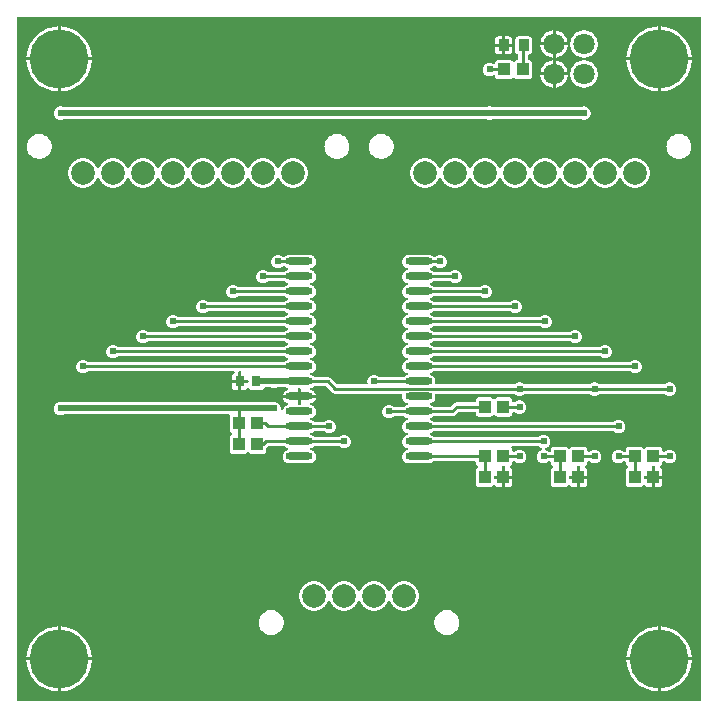
<source format=gtl>
G04 Layer: TopLayer*
G04 Panelize: , Column: 2, Row: 2, Board Size: 58.42mm x 58.42mm, Panelized Board Size: 118.84mm x 118.84mm*
G04 EasyEDA v6.5.34, 2023-09-08 22:54:38*
G04 dba1fe39ed644193aaf89d91fc4d53de,5a6b42c53f6a479593ecc07194224c93,10*
G04 Gerber Generator version 0.2*
G04 Scale: 100 percent, Rotated: No, Reflected: No *
G04 Dimensions in millimeters *
G04 leading zeros omitted , absolute positions ,4 integer and 5 decimal *
%FSLAX45Y45*%
%MOMM*%

%ADD10C,0.2540*%
%ADD11C,0.5000*%
%ADD12R,1.0000X1.1000*%
%ADD13R,0.8000X0.9000*%
%ADD14O,2.2999954X0.5999988*%
%ADD15R,0.8999X1.0000*%
%ADD16C,5.0000*%
%ADD17C,1.8000*%
%ADD18C,2.0000*%
%ADD19C,0.6096*%
%ADD20C,0.0159*%

%LPD*%
G36*
X5805932Y25908D02*
G01*
X36068Y26416D01*
X32156Y27178D01*
X28905Y29413D01*
X26670Y32664D01*
X25908Y36576D01*
X25908Y5805932D01*
X26670Y5809843D01*
X28905Y5813094D01*
X32156Y5815330D01*
X36068Y5816092D01*
X5805932Y5816092D01*
X5809843Y5815330D01*
X5813094Y5813094D01*
X5815330Y5809843D01*
X5816092Y5805932D01*
X5816092Y36068D01*
X5815330Y32207D01*
X5813094Y28905D01*
X5809843Y26670D01*
G37*

%LPC*%
G36*
X4584700Y5600700D02*
G01*
X4687112Y5600700D01*
X4686960Y5602528D01*
X4684268Y5616803D01*
X4679746Y5630672D01*
X4673549Y5643829D01*
X4665776Y5656122D01*
X4656480Y5667349D01*
X4645863Y5677306D01*
X4634077Y5685840D01*
X4621326Y5692851D01*
X4607814Y5698236D01*
X4593691Y5701842D01*
X4584700Y5702960D01*
G37*
G36*
X393700Y105562D02*
G01*
X398322Y105664D01*
X421284Y108051D01*
X443992Y112369D01*
X466242Y118618D01*
X487934Y126644D01*
X508812Y136499D01*
X528828Y148031D01*
X547827Y161239D01*
X565607Y175971D01*
X582117Y192125D01*
X597204Y209600D01*
X610819Y228295D01*
X622757Y248107D01*
X633018Y268782D01*
X641553Y290271D01*
X648208Y312369D01*
X653034Y334975D01*
X655929Y357936D01*
X656336Y368300D01*
X393700Y368300D01*
G37*
G36*
X5448300Y105613D02*
G01*
X5448300Y368300D01*
X5185410Y368300D01*
X5187289Y346405D01*
X5191150Y323646D01*
X5196890Y301244D01*
X5204460Y279450D01*
X5213858Y258317D01*
X5224983Y238099D01*
X5237784Y218846D01*
X5252161Y200710D01*
X5267960Y183896D01*
X5285130Y168402D01*
X5303520Y154432D01*
X5323027Y142087D01*
X5343499Y131368D01*
X5364835Y122428D01*
X5386781Y115265D01*
X5409285Y109982D01*
X5432145Y106629D01*
G37*
G36*
X368300Y105613D02*
G01*
X368300Y368300D01*
X105410Y368300D01*
X107289Y346405D01*
X111150Y323646D01*
X116890Y301244D01*
X124460Y279450D01*
X133858Y258317D01*
X144983Y238099D01*
X157784Y218846D01*
X172161Y200710D01*
X187960Y183896D01*
X205130Y168402D01*
X223520Y154432D01*
X243027Y142087D01*
X263499Y131368D01*
X284835Y122428D01*
X306781Y115265D01*
X329285Y109982D01*
X352145Y106629D01*
G37*
G36*
X393700Y393700D02*
G01*
X656336Y393700D01*
X655929Y404063D01*
X653034Y427024D01*
X648208Y449630D01*
X641553Y471728D01*
X633018Y493217D01*
X622757Y513892D01*
X610819Y533704D01*
X597204Y552348D01*
X582117Y569874D01*
X565607Y586028D01*
X547827Y600760D01*
X528828Y613968D01*
X508812Y625500D01*
X487934Y635355D01*
X466242Y643382D01*
X443992Y649630D01*
X421284Y653948D01*
X398322Y656336D01*
X393700Y656437D01*
G37*
G36*
X5473700Y393700D02*
G01*
X5736336Y393700D01*
X5735929Y404063D01*
X5733034Y427024D01*
X5728208Y449630D01*
X5721553Y471728D01*
X5713018Y493217D01*
X5702757Y513892D01*
X5690819Y533704D01*
X5677204Y552348D01*
X5662117Y569874D01*
X5645607Y586028D01*
X5627827Y600760D01*
X5608828Y613968D01*
X5588812Y625500D01*
X5567934Y635355D01*
X5546242Y643382D01*
X5523992Y649630D01*
X5501284Y653948D01*
X5478322Y656336D01*
X5473700Y656437D01*
G37*
G36*
X5185410Y393700D02*
G01*
X5448300Y393700D01*
X5448300Y656386D01*
X5432145Y655370D01*
X5409285Y652018D01*
X5386781Y646734D01*
X5364835Y639572D01*
X5343499Y630631D01*
X5323027Y619912D01*
X5303520Y607568D01*
X5285130Y593598D01*
X5267960Y578104D01*
X5252161Y561289D01*
X5237784Y543153D01*
X5224983Y523900D01*
X5213858Y503682D01*
X5204460Y482549D01*
X5196890Y460756D01*
X5191150Y438353D01*
X5187289Y415594D01*
G37*
G36*
X105410Y393700D02*
G01*
X368300Y393700D01*
X368300Y656386D01*
X352145Y655370D01*
X329285Y652018D01*
X306781Y646734D01*
X284835Y639572D01*
X263499Y630631D01*
X243027Y619912D01*
X223520Y607568D01*
X205130Y593598D01*
X187960Y578104D01*
X172161Y561289D01*
X157784Y543153D01*
X144983Y523900D01*
X133858Y503682D01*
X124460Y482549D01*
X116890Y460756D01*
X111150Y438353D01*
X107289Y415594D01*
G37*
G36*
X2177440Y583488D02*
G01*
X2191258Y584403D01*
X2204821Y587095D01*
X2217978Y591566D01*
X2230374Y597662D01*
X2241905Y605383D01*
X2252319Y614527D01*
X2261463Y624941D01*
X2269134Y636422D01*
X2275281Y648868D01*
X2279700Y661974D01*
X2282444Y675538D01*
X2283307Y689356D01*
X2282444Y703224D01*
X2279700Y716788D01*
X2275281Y729894D01*
X2269134Y742340D01*
X2261463Y753821D01*
X2252319Y764235D01*
X2241905Y773379D01*
X2230374Y781100D01*
X2217978Y787196D01*
X2204821Y791667D01*
X2191258Y794359D01*
X2177440Y795274D01*
X2163622Y794359D01*
X2150059Y791667D01*
X2136902Y787196D01*
X2124506Y781100D01*
X2112975Y773379D01*
X2102561Y764235D01*
X2093417Y753821D01*
X2085746Y742340D01*
X2079599Y729894D01*
X2075180Y716788D01*
X2072436Y703224D01*
X2071573Y689356D01*
X2072436Y675538D01*
X2075180Y661974D01*
X2079599Y648868D01*
X2085746Y636422D01*
X2093417Y624941D01*
X2102561Y614527D01*
X2112975Y605383D01*
X2124506Y597662D01*
X2136902Y591566D01*
X2150059Y587095D01*
X2163622Y584403D01*
G37*
G36*
X3664559Y583488D02*
G01*
X3678377Y584403D01*
X3691940Y587095D01*
X3705047Y591566D01*
X3717493Y597662D01*
X3728974Y605383D01*
X3739387Y614527D01*
X3748532Y624941D01*
X3756253Y636422D01*
X3762349Y648868D01*
X3766820Y661974D01*
X3769512Y675538D01*
X3770426Y689356D01*
X3769512Y703224D01*
X3766820Y716788D01*
X3762349Y729894D01*
X3756253Y742340D01*
X3748532Y753821D01*
X3739387Y764235D01*
X3728974Y773379D01*
X3717493Y781100D01*
X3705047Y787196D01*
X3691940Y791667D01*
X3678377Y794359D01*
X3664559Y795274D01*
X3650691Y794359D01*
X3637127Y791667D01*
X3624021Y787196D01*
X3611575Y781100D01*
X3600094Y773379D01*
X3589680Y764235D01*
X3580536Y753821D01*
X3572814Y742340D01*
X3566718Y729894D01*
X3562248Y716788D01*
X3559556Y703224D01*
X3558641Y689356D01*
X3559556Y675538D01*
X3562248Y661974D01*
X3566718Y648868D01*
X3572814Y636422D01*
X3580536Y624941D01*
X3589680Y614527D01*
X3600094Y605383D01*
X3611575Y597662D01*
X3624021Y591566D01*
X3637127Y587095D01*
X3650691Y584403D01*
G37*
G36*
X2540000Y788517D02*
G01*
X2555189Y789432D01*
X2570124Y792175D01*
X2584653Y796696D01*
X2598521Y802894D01*
X2611526Y810768D01*
X2623464Y820166D01*
X2634234Y830884D01*
X2643581Y842873D01*
X2651455Y855878D01*
X2657754Y869797D01*
X2659938Y872947D01*
X2663190Y875080D01*
X2667000Y875792D01*
X2670810Y875080D01*
X2674061Y872947D01*
X2676245Y869797D01*
X2682544Y855878D01*
X2690418Y842873D01*
X2699766Y830884D01*
X2710535Y820166D01*
X2722473Y810768D01*
X2735478Y802894D01*
X2749346Y796696D01*
X2763875Y792175D01*
X2778810Y789432D01*
X2794000Y788517D01*
X2809189Y789432D01*
X2824124Y792175D01*
X2838653Y796696D01*
X2852521Y802894D01*
X2865526Y810768D01*
X2877464Y820166D01*
X2888234Y830884D01*
X2897581Y842873D01*
X2905455Y855878D01*
X2911754Y869797D01*
X2913938Y872947D01*
X2917190Y875080D01*
X2921000Y875792D01*
X2924810Y875080D01*
X2928061Y872947D01*
X2930245Y869797D01*
X2936544Y855878D01*
X2944418Y842873D01*
X2953766Y830884D01*
X2964535Y820166D01*
X2976473Y810768D01*
X2989478Y802894D01*
X3003346Y796696D01*
X3017875Y792175D01*
X3032810Y789432D01*
X3048000Y788517D01*
X3063189Y789432D01*
X3078124Y792175D01*
X3092653Y796696D01*
X3106521Y802894D01*
X3119526Y810768D01*
X3131464Y820166D01*
X3142234Y830884D01*
X3151581Y842873D01*
X3159455Y855878D01*
X3165754Y869797D01*
X3167938Y872947D01*
X3171190Y875080D01*
X3175000Y875792D01*
X3178810Y875080D01*
X3182061Y872947D01*
X3184245Y869797D01*
X3190544Y855878D01*
X3198418Y842873D01*
X3207766Y830884D01*
X3218535Y820166D01*
X3230473Y810768D01*
X3243478Y802894D01*
X3257346Y796696D01*
X3271875Y792175D01*
X3286810Y789432D01*
X3302000Y788517D01*
X3317189Y789432D01*
X3332124Y792175D01*
X3346653Y796696D01*
X3360521Y802894D01*
X3373526Y810768D01*
X3385464Y820166D01*
X3396234Y830884D01*
X3405581Y842873D01*
X3413455Y855878D01*
X3419703Y869746D01*
X3424224Y884275D01*
X3426968Y899210D01*
X3427882Y914400D01*
X3426968Y929538D01*
X3424224Y944524D01*
X3419703Y959053D01*
X3413455Y972870D01*
X3405581Y985875D01*
X3396234Y997864D01*
X3385464Y1008634D01*
X3373526Y1017981D01*
X3360521Y1025855D01*
X3346653Y1032103D01*
X3332124Y1036624D01*
X3317189Y1039368D01*
X3302000Y1040282D01*
X3286810Y1039368D01*
X3271875Y1036624D01*
X3257346Y1032103D01*
X3243478Y1025855D01*
X3230473Y1017981D01*
X3218535Y1008634D01*
X3207766Y997864D01*
X3198418Y985875D01*
X3190544Y972870D01*
X3184245Y958951D01*
X3182061Y955802D01*
X3178810Y953719D01*
X3175000Y952957D01*
X3171190Y953719D01*
X3167938Y955802D01*
X3165754Y958951D01*
X3159455Y972870D01*
X3151581Y985875D01*
X3142234Y997864D01*
X3131464Y1008634D01*
X3119526Y1017981D01*
X3106521Y1025855D01*
X3092653Y1032103D01*
X3078124Y1036624D01*
X3063189Y1039368D01*
X3048000Y1040282D01*
X3032810Y1039368D01*
X3017875Y1036624D01*
X3003346Y1032103D01*
X2989478Y1025855D01*
X2976473Y1017981D01*
X2964535Y1008634D01*
X2953766Y997864D01*
X2944418Y985875D01*
X2936544Y972870D01*
X2930245Y958951D01*
X2928061Y955802D01*
X2924810Y953719D01*
X2921000Y952957D01*
X2917190Y953719D01*
X2913938Y955802D01*
X2911754Y958951D01*
X2905455Y972870D01*
X2897581Y985875D01*
X2888234Y997864D01*
X2877464Y1008634D01*
X2865526Y1017981D01*
X2852521Y1025855D01*
X2838653Y1032103D01*
X2824124Y1036624D01*
X2809189Y1039368D01*
X2794000Y1040282D01*
X2778810Y1039368D01*
X2763875Y1036624D01*
X2749346Y1032103D01*
X2735478Y1025855D01*
X2722473Y1017981D01*
X2710535Y1008634D01*
X2699766Y997864D01*
X2690418Y985875D01*
X2682544Y972870D01*
X2676245Y958951D01*
X2674061Y955802D01*
X2670810Y953719D01*
X2667000Y952957D01*
X2663190Y953719D01*
X2659938Y955802D01*
X2657754Y958951D01*
X2651455Y972870D01*
X2643581Y985875D01*
X2634234Y997864D01*
X2623464Y1008634D01*
X2611526Y1017981D01*
X2598521Y1025855D01*
X2584653Y1032103D01*
X2570124Y1036624D01*
X2555189Y1039368D01*
X2540000Y1040282D01*
X2524810Y1039368D01*
X2509875Y1036624D01*
X2495346Y1032103D01*
X2481478Y1025855D01*
X2468473Y1017981D01*
X2456535Y1008634D01*
X2445766Y997864D01*
X2436418Y985875D01*
X2428544Y972870D01*
X2422296Y959053D01*
X2417775Y944524D01*
X2415032Y929538D01*
X2414117Y914400D01*
X2415032Y899210D01*
X2417775Y884275D01*
X2422296Y869746D01*
X2428544Y855878D01*
X2436418Y842873D01*
X2445766Y830884D01*
X2456535Y820166D01*
X2468473Y810768D01*
X2481478Y802894D01*
X2495346Y796696D01*
X2509875Y792175D01*
X2524810Y789432D01*
G37*
G36*
X4456887Y5600700D02*
G01*
X4559300Y5600700D01*
X4559300Y5702960D01*
X4550308Y5701842D01*
X4536186Y5698236D01*
X4522673Y5692851D01*
X4509922Y5685840D01*
X4498136Y5677306D01*
X4487519Y5667349D01*
X4478223Y5656122D01*
X4470450Y5643829D01*
X4464253Y5630672D01*
X4459732Y5616803D01*
X4457039Y5602528D01*
G37*
G36*
X4156811Y5588000D02*
G01*
X4214977Y5588000D01*
X4214977Y5624728D01*
X4214266Y5631027D01*
X4212386Y5636514D01*
X4209288Y5641390D01*
X4205224Y5645505D01*
X4200296Y5648604D01*
X4194860Y5650484D01*
X4188510Y5651195D01*
X4156811Y5651195D01*
G37*
G36*
X4073194Y5588000D02*
G01*
X4131411Y5588000D01*
X4131411Y5651195D01*
X4099661Y5651195D01*
X4093362Y5650484D01*
X4087876Y5648604D01*
X4082999Y5645505D01*
X4078884Y5641390D01*
X4075785Y5636514D01*
X4073906Y5631027D01*
X4073194Y5624728D01*
G37*
G36*
X4156811Y5499404D02*
G01*
X4188510Y5499404D01*
X4194860Y5500116D01*
X4200296Y5501995D01*
X4205224Y5505094D01*
X4209288Y5509158D01*
X4212386Y5514086D01*
X4214266Y5519521D01*
X4214977Y5525871D01*
X4214977Y5562600D01*
X4156811Y5562600D01*
G37*
G36*
X4099661Y5499404D02*
G01*
X4131411Y5499404D01*
X4131411Y5562600D01*
X4073194Y5562600D01*
X4073194Y5525871D01*
X4073906Y5519521D01*
X4075785Y5514086D01*
X4078884Y5509158D01*
X4082999Y5505094D01*
X4087876Y5501995D01*
X4093362Y5500116D01*
G37*
G36*
X105410Y5473700D02*
G01*
X368300Y5473700D01*
X368300Y5736386D01*
X352145Y5735370D01*
X329285Y5732018D01*
X306781Y5726734D01*
X284835Y5719572D01*
X263499Y5710631D01*
X243027Y5699912D01*
X223520Y5687568D01*
X205130Y5673598D01*
X187960Y5658104D01*
X172161Y5641289D01*
X157784Y5623153D01*
X144983Y5603900D01*
X133858Y5583682D01*
X124460Y5562549D01*
X116890Y5540756D01*
X111150Y5518353D01*
X107289Y5495594D01*
G37*
G36*
X4156710Y1836775D02*
G01*
X4193438Y1836775D01*
X4199737Y1837486D01*
X4205224Y1839417D01*
X4210100Y1842516D01*
X4214215Y1846580D01*
X4217263Y1851507D01*
X4219194Y1856943D01*
X4219905Y1863293D01*
X4219905Y1905000D01*
X4156710Y1905000D01*
G37*
G36*
X4791710Y1836775D02*
G01*
X4828438Y1836775D01*
X4834737Y1837486D01*
X4840224Y1839417D01*
X4845100Y1842516D01*
X4849215Y1846580D01*
X4852263Y1851507D01*
X4854194Y1856943D01*
X4854905Y1863293D01*
X4854905Y1905000D01*
X4791710Y1905000D01*
G37*
G36*
X5426710Y1836775D02*
G01*
X5463438Y1836775D01*
X5469737Y1837486D01*
X5475224Y1839417D01*
X5480100Y1842516D01*
X5484215Y1846580D01*
X5487263Y1851507D01*
X5489194Y1856943D01*
X5489905Y1863293D01*
X5489905Y1905000D01*
X5426710Y1905000D01*
G37*
G36*
X5204561Y1836775D02*
G01*
X5303418Y1836775D01*
X5309768Y1837486D01*
X5315204Y1839417D01*
X5320131Y1842516D01*
X5324195Y1846580D01*
X5325414Y1848459D01*
X5328208Y1851406D01*
X5331968Y1853031D01*
X5336032Y1853031D01*
X5339791Y1851406D01*
X5342585Y1848459D01*
X5343804Y1846580D01*
X5347868Y1842516D01*
X5352796Y1839417D01*
X5358231Y1837486D01*
X5364581Y1836775D01*
X5401310Y1836775D01*
X5401310Y1905000D01*
X5340096Y1905000D01*
X5336184Y1905762D01*
X5332882Y1907997D01*
X5330698Y1911248D01*
X5329936Y1915160D01*
X5329936Y1920239D01*
X5330698Y1924151D01*
X5332882Y1927402D01*
X5336184Y1929638D01*
X5340096Y1930400D01*
X5401310Y1930400D01*
X5401310Y2004415D01*
X5402072Y2008327D01*
X5404256Y2011629D01*
X5407558Y2013813D01*
X5411470Y2014575D01*
X5416550Y2014575D01*
X5420410Y2013813D01*
X5423712Y2011629D01*
X5425897Y2008327D01*
X5426710Y2004415D01*
X5426710Y1930400D01*
X5489905Y1930400D01*
X5489905Y1972106D01*
X5489194Y1978456D01*
X5487263Y1983892D01*
X5484215Y1988820D01*
X5480100Y1992884D01*
X5475224Y1995982D01*
X5472277Y1996998D01*
X5468721Y1999132D01*
X5466334Y2002536D01*
X5465470Y2006600D01*
X5466334Y2010664D01*
X5468721Y2014067D01*
X5472277Y2016201D01*
X5475224Y2017217D01*
X5480100Y2020316D01*
X5484215Y2024380D01*
X5487263Y2029307D01*
X5489194Y2034743D01*
X5489905Y2041093D01*
X5489905Y2046732D01*
X5490667Y2050643D01*
X5492851Y2053894D01*
X5496153Y2056130D01*
X5500065Y2056892D01*
X5504891Y2056892D01*
X5508802Y2056130D01*
X5512104Y2053894D01*
X5513679Y2052320D01*
X5521706Y2046681D01*
X5530646Y2042566D01*
X5540095Y2040026D01*
X5549900Y2039162D01*
X5559704Y2040026D01*
X5569153Y2042566D01*
X5578094Y2046681D01*
X5586120Y2052320D01*
X5593080Y2059279D01*
X5598718Y2067306D01*
X5602833Y2076246D01*
X5605373Y2085695D01*
X5606237Y2095500D01*
X5605373Y2105304D01*
X5602833Y2114753D01*
X5598718Y2123694D01*
X5593080Y2131720D01*
X5586120Y2138680D01*
X5578094Y2144318D01*
X5569153Y2148433D01*
X5559704Y2150973D01*
X5549900Y2151837D01*
X5540095Y2150973D01*
X5530646Y2148433D01*
X5521706Y2144318D01*
X5513679Y2138680D01*
X5512104Y2137105D01*
X5508802Y2134870D01*
X5504891Y2134108D01*
X5500065Y2134108D01*
X5496153Y2134870D01*
X5492851Y2137105D01*
X5490667Y2140356D01*
X5489905Y2144268D01*
X5489905Y2149906D01*
X5489194Y2156256D01*
X5487263Y2161692D01*
X5484215Y2166620D01*
X5480100Y2170684D01*
X5475224Y2173782D01*
X5469737Y2175713D01*
X5463438Y2176424D01*
X5364581Y2176424D01*
X5358231Y2175713D01*
X5352796Y2173782D01*
X5347868Y2170684D01*
X5343804Y2166620D01*
X5342585Y2164740D01*
X5339791Y2161794D01*
X5336032Y2160168D01*
X5331968Y2160168D01*
X5328208Y2161794D01*
X5325414Y2164740D01*
X5324195Y2166620D01*
X5320131Y2170684D01*
X5315204Y2173782D01*
X5309768Y2175713D01*
X5303418Y2176424D01*
X5204561Y2176424D01*
X5198262Y2175713D01*
X5192776Y2173782D01*
X5187899Y2170684D01*
X5183784Y2166620D01*
X5180736Y2161692D01*
X5178806Y2156256D01*
X5178094Y2149906D01*
X5178094Y2144268D01*
X5177332Y2140356D01*
X5175097Y2137105D01*
X5171846Y2134870D01*
X5167934Y2134108D01*
X5163108Y2134108D01*
X5159197Y2134870D01*
X5155895Y2137105D01*
X5154320Y2138680D01*
X5146294Y2144318D01*
X5137353Y2148433D01*
X5127904Y2150973D01*
X5118100Y2151837D01*
X5108295Y2150973D01*
X5098846Y2148433D01*
X5089906Y2144318D01*
X5081879Y2138680D01*
X5074920Y2131720D01*
X5069281Y2123694D01*
X5065166Y2114753D01*
X5062626Y2105304D01*
X5061762Y2095500D01*
X5062626Y2085695D01*
X5065166Y2076246D01*
X5069281Y2067306D01*
X5074920Y2059279D01*
X5081879Y2052320D01*
X5089906Y2046681D01*
X5098846Y2042566D01*
X5108295Y2040026D01*
X5118100Y2039162D01*
X5127904Y2040026D01*
X5137353Y2042566D01*
X5146294Y2046681D01*
X5154320Y2052320D01*
X5155895Y2053894D01*
X5159197Y2056130D01*
X5163108Y2056892D01*
X5167934Y2056892D01*
X5171846Y2056130D01*
X5175097Y2053894D01*
X5177332Y2050643D01*
X5178094Y2046732D01*
X5178094Y2041093D01*
X5178806Y2034743D01*
X5180736Y2029307D01*
X5183784Y2024380D01*
X5187899Y2020316D01*
X5192776Y2017217D01*
X5195722Y2016201D01*
X5199278Y2014067D01*
X5201666Y2010664D01*
X5202529Y2006600D01*
X5201666Y2002536D01*
X5199278Y1999132D01*
X5195722Y1996998D01*
X5192776Y1995982D01*
X5187899Y1992884D01*
X5183784Y1988820D01*
X5180736Y1983892D01*
X5178806Y1978456D01*
X5178094Y1972106D01*
X5178094Y1863293D01*
X5178806Y1856943D01*
X5180736Y1851507D01*
X5183784Y1846580D01*
X5187899Y1842516D01*
X5192776Y1839417D01*
X5198262Y1837486D01*
G37*
G36*
X5185410Y5473700D02*
G01*
X5448300Y5473700D01*
X5448300Y5736386D01*
X5432145Y5735370D01*
X5409285Y5732018D01*
X5386781Y5726734D01*
X5364835Y5719572D01*
X5343499Y5710631D01*
X5323027Y5699912D01*
X5303520Y5687568D01*
X5285130Y5673598D01*
X5267960Y5658104D01*
X5252161Y5641289D01*
X5237784Y5623153D01*
X5224983Y5603900D01*
X5213858Y5583682D01*
X5204460Y5562549D01*
X5196890Y5540756D01*
X5191150Y5518353D01*
X5187289Y5495594D01*
G37*
G36*
X3934561Y1836775D02*
G01*
X4033418Y1836775D01*
X4039768Y1837486D01*
X4045204Y1839417D01*
X4050131Y1842516D01*
X4054195Y1846580D01*
X4055414Y1848459D01*
X4058208Y1851406D01*
X4061968Y1853031D01*
X4066032Y1853031D01*
X4069791Y1851406D01*
X4072585Y1848459D01*
X4073804Y1846580D01*
X4077868Y1842516D01*
X4082796Y1839417D01*
X4088231Y1837486D01*
X4094581Y1836775D01*
X4131310Y1836775D01*
X4131310Y1905000D01*
X4070045Y1905000D01*
X4066184Y1905762D01*
X4062882Y1907997D01*
X4060698Y1911248D01*
X4059936Y1915160D01*
X4059936Y1920239D01*
X4060698Y1924151D01*
X4062882Y1927402D01*
X4066184Y1929638D01*
X4070045Y1930400D01*
X4131310Y1930400D01*
X4131310Y2004415D01*
X4132072Y2008327D01*
X4134256Y2011629D01*
X4137558Y2013813D01*
X4141470Y2014575D01*
X4146550Y2014575D01*
X4150410Y2013813D01*
X4153712Y2011629D01*
X4155897Y2008327D01*
X4156710Y2004415D01*
X4156710Y1930400D01*
X4219905Y1930400D01*
X4219905Y1972106D01*
X4219194Y1978456D01*
X4217263Y1983892D01*
X4214215Y1988820D01*
X4210100Y1992884D01*
X4205224Y1995982D01*
X4202277Y1996998D01*
X4198721Y1999132D01*
X4196334Y2002536D01*
X4195470Y2006600D01*
X4196334Y2010664D01*
X4198721Y2014067D01*
X4202277Y2016201D01*
X4205224Y2017217D01*
X4210100Y2020316D01*
X4214215Y2024380D01*
X4217263Y2029307D01*
X4219194Y2034743D01*
X4219905Y2041093D01*
X4219905Y2046732D01*
X4220667Y2050643D01*
X4222851Y2053894D01*
X4226153Y2056130D01*
X4230065Y2056892D01*
X4234891Y2056892D01*
X4238802Y2056130D01*
X4242104Y2053894D01*
X4243679Y2052320D01*
X4251706Y2046681D01*
X4260646Y2042566D01*
X4270095Y2040026D01*
X4279900Y2039162D01*
X4289704Y2040026D01*
X4299153Y2042566D01*
X4308094Y2046681D01*
X4316120Y2052320D01*
X4323080Y2059279D01*
X4328718Y2067306D01*
X4332833Y2076246D01*
X4335373Y2085695D01*
X4336237Y2095500D01*
X4335373Y2105304D01*
X4332833Y2114753D01*
X4328718Y2123694D01*
X4323080Y2131720D01*
X4316120Y2138680D01*
X4308094Y2144318D01*
X4299153Y2148433D01*
X4289704Y2150973D01*
X4279900Y2151837D01*
X4270095Y2150973D01*
X4260646Y2148433D01*
X4251706Y2144318D01*
X4243679Y2138680D01*
X4242104Y2137105D01*
X4238802Y2134870D01*
X4234891Y2134108D01*
X4230065Y2134108D01*
X4226153Y2134870D01*
X4222851Y2137105D01*
X4220667Y2140356D01*
X4219905Y2144268D01*
X4219905Y2149906D01*
X4219194Y2156256D01*
X4217263Y2161692D01*
X4212031Y2169922D01*
X4211269Y2173782D01*
X4212082Y2177643D01*
X4214266Y2180945D01*
X4217568Y2183130D01*
X4221429Y2183892D01*
X4438091Y2183892D01*
X4442002Y2183130D01*
X4445304Y2180894D01*
X4446879Y2179320D01*
X4454906Y2173681D01*
X4463846Y2169566D01*
X4466590Y2168804D01*
X4470450Y2166772D01*
X4473143Y2163318D01*
X4474108Y2159000D01*
X4473143Y2154682D01*
X4470450Y2151227D01*
X4466590Y2149195D01*
X4463846Y2148433D01*
X4454906Y2144318D01*
X4446879Y2138680D01*
X4439920Y2131720D01*
X4434281Y2123694D01*
X4430166Y2114753D01*
X4427626Y2105304D01*
X4426762Y2095500D01*
X4427626Y2085695D01*
X4430166Y2076246D01*
X4434281Y2067306D01*
X4439920Y2059279D01*
X4446879Y2052320D01*
X4454906Y2046681D01*
X4463846Y2042566D01*
X4473295Y2040026D01*
X4483100Y2039162D01*
X4492904Y2040026D01*
X4502353Y2042566D01*
X4511294Y2046681D01*
X4519320Y2052320D01*
X4520895Y2053894D01*
X4524197Y2056130D01*
X4528108Y2056892D01*
X4532934Y2056892D01*
X4536846Y2056130D01*
X4540097Y2053894D01*
X4542332Y2050643D01*
X4543094Y2046732D01*
X4543094Y2041093D01*
X4543806Y2034743D01*
X4545736Y2029307D01*
X4548784Y2024380D01*
X4552899Y2020316D01*
X4557776Y2017217D01*
X4560722Y2016201D01*
X4564278Y2014067D01*
X4566666Y2010664D01*
X4567529Y2006600D01*
X4566666Y2002536D01*
X4564278Y1999132D01*
X4560722Y1996998D01*
X4557776Y1995982D01*
X4552899Y1992884D01*
X4548784Y1988820D01*
X4545736Y1983892D01*
X4543806Y1978456D01*
X4543094Y1972106D01*
X4543094Y1863293D01*
X4543806Y1856943D01*
X4545736Y1851507D01*
X4548784Y1846580D01*
X4552899Y1842516D01*
X4557776Y1839417D01*
X4563262Y1837486D01*
X4569561Y1836775D01*
X4668418Y1836775D01*
X4674768Y1837486D01*
X4680204Y1839417D01*
X4685131Y1842516D01*
X4689195Y1846580D01*
X4690414Y1848459D01*
X4693208Y1851406D01*
X4696968Y1853031D01*
X4701032Y1853031D01*
X4704791Y1851406D01*
X4707585Y1848459D01*
X4708804Y1846580D01*
X4712868Y1842516D01*
X4717796Y1839417D01*
X4723231Y1837486D01*
X4729581Y1836775D01*
X4766310Y1836775D01*
X4766310Y1905000D01*
X4705096Y1905000D01*
X4701184Y1905762D01*
X4697882Y1907997D01*
X4695698Y1911248D01*
X4694936Y1915160D01*
X4694936Y1920239D01*
X4695698Y1924151D01*
X4697882Y1927402D01*
X4701184Y1929638D01*
X4705096Y1930400D01*
X4766310Y1930400D01*
X4766310Y2004415D01*
X4767072Y2008327D01*
X4769256Y2011629D01*
X4772558Y2013813D01*
X4776470Y2014575D01*
X4781550Y2014575D01*
X4785410Y2013813D01*
X4788712Y2011629D01*
X4790897Y2008327D01*
X4791710Y2004415D01*
X4791710Y1930400D01*
X4854905Y1930400D01*
X4854905Y1972106D01*
X4854194Y1978456D01*
X4852263Y1983892D01*
X4849215Y1988820D01*
X4845100Y1992884D01*
X4840224Y1995982D01*
X4837277Y1996998D01*
X4833721Y1999132D01*
X4831334Y2002536D01*
X4830470Y2006600D01*
X4831334Y2010664D01*
X4833721Y2014067D01*
X4837277Y2016201D01*
X4840224Y2017217D01*
X4845100Y2020316D01*
X4849215Y2024380D01*
X4852263Y2029307D01*
X4854194Y2034743D01*
X4854905Y2041093D01*
X4854905Y2046732D01*
X4855667Y2050643D01*
X4857851Y2053894D01*
X4861153Y2056130D01*
X4865065Y2056892D01*
X4869891Y2056892D01*
X4873802Y2056130D01*
X4877104Y2053894D01*
X4878679Y2052320D01*
X4886706Y2046681D01*
X4895646Y2042566D01*
X4905095Y2040026D01*
X4914900Y2039162D01*
X4924704Y2040026D01*
X4934153Y2042566D01*
X4943094Y2046681D01*
X4951120Y2052320D01*
X4958080Y2059279D01*
X4963718Y2067306D01*
X4967833Y2076246D01*
X4970373Y2085695D01*
X4971237Y2095500D01*
X4970373Y2105304D01*
X4967833Y2114753D01*
X4963718Y2123694D01*
X4958080Y2131720D01*
X4951120Y2138680D01*
X4943094Y2144318D01*
X4934153Y2148433D01*
X4924704Y2150973D01*
X4914900Y2151837D01*
X4905095Y2150973D01*
X4895646Y2148433D01*
X4886706Y2144318D01*
X4878679Y2138680D01*
X4877104Y2137105D01*
X4873802Y2134870D01*
X4869891Y2134108D01*
X4865065Y2134108D01*
X4861153Y2134870D01*
X4857851Y2137105D01*
X4855667Y2140356D01*
X4854905Y2144268D01*
X4854905Y2149906D01*
X4854194Y2156256D01*
X4852263Y2161692D01*
X4849215Y2166620D01*
X4845100Y2170684D01*
X4840224Y2173782D01*
X4834737Y2175713D01*
X4828438Y2176424D01*
X4729581Y2176424D01*
X4723231Y2175713D01*
X4717796Y2173782D01*
X4712868Y2170684D01*
X4708804Y2166620D01*
X4707585Y2164740D01*
X4704791Y2161794D01*
X4701032Y2160168D01*
X4696968Y2160168D01*
X4693208Y2161794D01*
X4690414Y2164740D01*
X4689195Y2166620D01*
X4685131Y2170684D01*
X4680204Y2173782D01*
X4674768Y2175713D01*
X4668418Y2176424D01*
X4569561Y2176424D01*
X4563262Y2175713D01*
X4557776Y2173782D01*
X4552899Y2170684D01*
X4548784Y2166620D01*
X4545736Y2161692D01*
X4543806Y2156256D01*
X4543094Y2149906D01*
X4543094Y2144268D01*
X4542332Y2140356D01*
X4540097Y2137105D01*
X4536846Y2134870D01*
X4532934Y2134108D01*
X4528108Y2134108D01*
X4524197Y2134870D01*
X4520895Y2137105D01*
X4519320Y2138680D01*
X4511294Y2144318D01*
X4502353Y2148433D01*
X4499610Y2149195D01*
X4495749Y2151227D01*
X4493056Y2154682D01*
X4492091Y2159000D01*
X4493056Y2163318D01*
X4495749Y2166772D01*
X4499610Y2168804D01*
X4502353Y2169566D01*
X4511294Y2173681D01*
X4519320Y2179320D01*
X4526280Y2186279D01*
X4531918Y2194306D01*
X4536033Y2203246D01*
X4538573Y2212695D01*
X4539437Y2222500D01*
X4538573Y2232304D01*
X4536033Y2241753D01*
X4531918Y2250694D01*
X4526280Y2258720D01*
X4519320Y2265680D01*
X4511294Y2271318D01*
X4502353Y2275433D01*
X4492904Y2277973D01*
X4483100Y2278837D01*
X4473295Y2277973D01*
X4463846Y2275433D01*
X4454906Y2271318D01*
X4446879Y2265680D01*
X4445304Y2264105D01*
X4442002Y2261870D01*
X4438091Y2261108D01*
X3556050Y2261108D01*
X3552190Y2261870D01*
X3548887Y2264105D01*
X3547668Y2265273D01*
X3539693Y2270861D01*
X3530854Y2274976D01*
X3526434Y2276195D01*
X3522522Y2278227D01*
X3519830Y2281682D01*
X3518915Y2286000D01*
X3519830Y2290318D01*
X3522522Y2293772D01*
X3526434Y2295804D01*
X3530854Y2297023D01*
X3539693Y2301138D01*
X3547668Y2306726D01*
X3548887Y2307894D01*
X3552190Y2310130D01*
X3556050Y2310892D01*
X5073091Y2310892D01*
X5077002Y2310130D01*
X5080304Y2307894D01*
X5081879Y2306320D01*
X5089906Y2300681D01*
X5098846Y2296566D01*
X5108295Y2294026D01*
X5118100Y2293162D01*
X5127904Y2294026D01*
X5137353Y2296566D01*
X5146294Y2300681D01*
X5154320Y2306320D01*
X5161280Y2313279D01*
X5166918Y2321306D01*
X5171033Y2330246D01*
X5173573Y2339695D01*
X5174437Y2349500D01*
X5173573Y2359304D01*
X5171033Y2368753D01*
X5166918Y2377694D01*
X5161280Y2385720D01*
X5154320Y2392680D01*
X5146294Y2398318D01*
X5137353Y2402433D01*
X5127904Y2404973D01*
X5118100Y2405837D01*
X5108295Y2404973D01*
X5098846Y2402433D01*
X5089906Y2398318D01*
X5081879Y2392680D01*
X5080304Y2391105D01*
X5077002Y2388870D01*
X5073091Y2388108D01*
X3556050Y2388108D01*
X3552190Y2388870D01*
X3548887Y2391105D01*
X3547668Y2392273D01*
X3539693Y2397861D01*
X3530854Y2401976D01*
X3526434Y2403195D01*
X3522522Y2405227D01*
X3519830Y2408682D01*
X3518915Y2413000D01*
X3519830Y2417318D01*
X3522522Y2420772D01*
X3526434Y2422804D01*
X3530854Y2424023D01*
X3539693Y2428138D01*
X3547668Y2433726D01*
X3548887Y2434894D01*
X3552190Y2437130D01*
X3556050Y2437892D01*
X3707892Y2437892D01*
X3715918Y2438704D01*
X3723132Y2440889D01*
X3729837Y2444445D01*
X3736035Y2449576D01*
X3759504Y2472994D01*
X3762806Y2475230D01*
X3766718Y2475992D01*
X3897934Y2475992D01*
X3901846Y2475230D01*
X3905097Y2472994D01*
X3907332Y2469743D01*
X3908094Y2465832D01*
X3908094Y2460193D01*
X3908806Y2453843D01*
X3910736Y2448407D01*
X3913784Y2443480D01*
X3917899Y2439416D01*
X3922776Y2436317D01*
X3928262Y2434386D01*
X3934561Y2433675D01*
X4033418Y2433675D01*
X4039768Y2434386D01*
X4045204Y2436317D01*
X4050131Y2439416D01*
X4054195Y2443480D01*
X4055414Y2445359D01*
X4058208Y2448306D01*
X4061968Y2449931D01*
X4066032Y2449931D01*
X4069791Y2448306D01*
X4072585Y2445359D01*
X4073804Y2443480D01*
X4077868Y2439416D01*
X4082796Y2436317D01*
X4088231Y2434386D01*
X4094581Y2433675D01*
X4193438Y2433675D01*
X4199737Y2434386D01*
X4205224Y2436317D01*
X4210100Y2439416D01*
X4214215Y2443480D01*
X4217263Y2448407D01*
X4219194Y2453843D01*
X4219905Y2460193D01*
X4219905Y2465832D01*
X4220667Y2469743D01*
X4222851Y2472994D01*
X4226153Y2475230D01*
X4230065Y2475992D01*
X4234891Y2475992D01*
X4238802Y2475230D01*
X4242104Y2472994D01*
X4243679Y2471420D01*
X4251706Y2465781D01*
X4260646Y2461666D01*
X4270095Y2459126D01*
X4279900Y2458262D01*
X4289704Y2459126D01*
X4299153Y2461666D01*
X4308094Y2465781D01*
X4316120Y2471420D01*
X4323080Y2478379D01*
X4328718Y2486406D01*
X4332833Y2495346D01*
X4335373Y2504795D01*
X4336237Y2514600D01*
X4335373Y2524404D01*
X4332833Y2533853D01*
X4328718Y2542794D01*
X4323080Y2550820D01*
X4316120Y2557780D01*
X4308094Y2563418D01*
X4299153Y2567533D01*
X4289704Y2570073D01*
X4279900Y2570937D01*
X4270095Y2570073D01*
X4260646Y2567533D01*
X4251706Y2563418D01*
X4243679Y2557780D01*
X4242104Y2556205D01*
X4238802Y2553970D01*
X4234891Y2553208D01*
X4230065Y2553208D01*
X4226153Y2553970D01*
X4222851Y2556205D01*
X4220667Y2559456D01*
X4219905Y2563368D01*
X4219905Y2569006D01*
X4219194Y2575356D01*
X4217263Y2580792D01*
X4214215Y2585720D01*
X4210100Y2589784D01*
X4205224Y2592882D01*
X4199737Y2594813D01*
X4193438Y2595524D01*
X4094581Y2595524D01*
X4088231Y2594813D01*
X4082796Y2592882D01*
X4077868Y2589784D01*
X4073804Y2585720D01*
X4072585Y2583840D01*
X4069791Y2580894D01*
X4066032Y2579268D01*
X4061968Y2579268D01*
X4058208Y2580894D01*
X4055414Y2583840D01*
X4054195Y2585720D01*
X4050131Y2589784D01*
X4045204Y2592882D01*
X4039768Y2594813D01*
X4033418Y2595524D01*
X3934561Y2595524D01*
X3928262Y2594813D01*
X3922776Y2592882D01*
X3917899Y2589784D01*
X3913784Y2585720D01*
X3910736Y2580792D01*
X3908806Y2575356D01*
X3908094Y2569006D01*
X3908094Y2563368D01*
X3907332Y2559456D01*
X3905097Y2556205D01*
X3901846Y2553970D01*
X3897934Y2553208D01*
X3747008Y2553208D01*
X3738981Y2552395D01*
X3731768Y2550210D01*
X3725062Y2546654D01*
X3718864Y2541524D01*
X3695395Y2518105D01*
X3692093Y2515870D01*
X3688181Y2515108D01*
X3556050Y2515108D01*
X3552190Y2515870D01*
X3548887Y2518105D01*
X3547668Y2519273D01*
X3539693Y2524861D01*
X3530854Y2528976D01*
X3526434Y2530195D01*
X3522522Y2532227D01*
X3519830Y2535682D01*
X3518915Y2540000D01*
X3519830Y2544318D01*
X3522522Y2547772D01*
X3526434Y2549804D01*
X3530854Y2551023D01*
X3539693Y2555138D01*
X3547668Y2560726D01*
X3554526Y2567584D01*
X3560114Y2575560D01*
X3564229Y2584399D01*
X3566769Y2593797D01*
X3567633Y2603500D01*
X3566769Y2613202D01*
X3566109Y2615590D01*
X3565855Y2619298D01*
X3566871Y2622854D01*
X3569157Y2625801D01*
X3572306Y2627731D01*
X3575964Y2628392D01*
X4234891Y2628392D01*
X4238802Y2627630D01*
X4242104Y2625394D01*
X4243679Y2623820D01*
X4251706Y2618181D01*
X4260646Y2614066D01*
X4270095Y2611526D01*
X4279900Y2610662D01*
X4289704Y2611526D01*
X4299153Y2614066D01*
X4308094Y2618181D01*
X4316120Y2623820D01*
X4317695Y2625394D01*
X4320997Y2627630D01*
X4324908Y2628392D01*
X4869891Y2628392D01*
X4873802Y2627630D01*
X4877104Y2625394D01*
X4878679Y2623820D01*
X4886706Y2618181D01*
X4895646Y2614066D01*
X4905095Y2611526D01*
X4914900Y2610662D01*
X4924704Y2611526D01*
X4934153Y2614066D01*
X4943094Y2618181D01*
X4951120Y2623820D01*
X4952695Y2625394D01*
X4955997Y2627630D01*
X4959908Y2628392D01*
X5504891Y2628392D01*
X5508802Y2627630D01*
X5512104Y2625394D01*
X5513679Y2623820D01*
X5521706Y2618181D01*
X5530646Y2614066D01*
X5540095Y2611526D01*
X5549900Y2610662D01*
X5559704Y2611526D01*
X5569153Y2614066D01*
X5578094Y2618181D01*
X5586120Y2623820D01*
X5593080Y2630779D01*
X5598718Y2638806D01*
X5602833Y2647746D01*
X5605373Y2657195D01*
X5606237Y2667000D01*
X5605373Y2676804D01*
X5602833Y2686253D01*
X5598718Y2695194D01*
X5593080Y2703220D01*
X5586120Y2710180D01*
X5578094Y2715818D01*
X5569153Y2719933D01*
X5559704Y2722473D01*
X5549900Y2723337D01*
X5540095Y2722473D01*
X5530646Y2719933D01*
X5521706Y2715818D01*
X5513679Y2710180D01*
X5512104Y2708605D01*
X5508802Y2706370D01*
X5504891Y2705608D01*
X4959908Y2705608D01*
X4955997Y2706370D01*
X4952695Y2708605D01*
X4951120Y2710180D01*
X4943094Y2715818D01*
X4934153Y2719933D01*
X4924704Y2722473D01*
X4914900Y2723337D01*
X4905095Y2722473D01*
X4895646Y2719933D01*
X4886706Y2715818D01*
X4878679Y2710180D01*
X4877104Y2708605D01*
X4873802Y2706370D01*
X4869891Y2705608D01*
X4324908Y2705608D01*
X4320997Y2706370D01*
X4317695Y2708605D01*
X4316120Y2710180D01*
X4308094Y2715818D01*
X4299153Y2719933D01*
X4289704Y2722473D01*
X4279900Y2723337D01*
X4270095Y2722473D01*
X4260646Y2719933D01*
X4251706Y2715818D01*
X4243679Y2710180D01*
X4242104Y2708605D01*
X4238802Y2706370D01*
X4234891Y2705608D01*
X3575964Y2705608D01*
X3572306Y2706268D01*
X3569157Y2708198D01*
X3566871Y2711145D01*
X3565855Y2714701D01*
X3566109Y2718409D01*
X3566769Y2720797D01*
X3567633Y2730500D01*
X3566769Y2740202D01*
X3564229Y2749600D01*
X3560114Y2758440D01*
X3554526Y2766415D01*
X3547668Y2773273D01*
X3539693Y2778861D01*
X3530854Y2782976D01*
X3526434Y2784195D01*
X3522522Y2786227D01*
X3519830Y2789682D01*
X3518915Y2794000D01*
X3519830Y2798318D01*
X3522522Y2801772D01*
X3526434Y2803804D01*
X3530854Y2805023D01*
X3539693Y2809138D01*
X3547668Y2814726D01*
X3548887Y2815894D01*
X3552190Y2818130D01*
X3556050Y2818892D01*
X5212791Y2818892D01*
X5216702Y2818130D01*
X5220004Y2815894D01*
X5221579Y2814320D01*
X5229606Y2808681D01*
X5238546Y2804566D01*
X5247995Y2802026D01*
X5257800Y2801162D01*
X5267604Y2802026D01*
X5277053Y2804566D01*
X5285994Y2808681D01*
X5294020Y2814320D01*
X5300980Y2821279D01*
X5306618Y2829306D01*
X5310733Y2838246D01*
X5313273Y2847695D01*
X5314137Y2857500D01*
X5313273Y2867304D01*
X5310733Y2876753D01*
X5306618Y2885694D01*
X5300980Y2893720D01*
X5294020Y2900680D01*
X5285994Y2906318D01*
X5277053Y2910433D01*
X5267604Y2912973D01*
X5257800Y2913837D01*
X5247995Y2912973D01*
X5238546Y2910433D01*
X5229606Y2906318D01*
X5221579Y2900680D01*
X5220004Y2899105D01*
X5216702Y2896870D01*
X5212791Y2896108D01*
X3556050Y2896108D01*
X3552190Y2896870D01*
X3548887Y2899105D01*
X3547668Y2900273D01*
X3539693Y2905861D01*
X3530854Y2909976D01*
X3526434Y2911195D01*
X3522522Y2913227D01*
X3519830Y2916682D01*
X3518915Y2921000D01*
X3519830Y2925318D01*
X3522522Y2928772D01*
X3526434Y2930804D01*
X3530854Y2932023D01*
X3539693Y2936138D01*
X3547668Y2941726D01*
X3548887Y2942894D01*
X3552190Y2945130D01*
X3556050Y2945892D01*
X4958791Y2945892D01*
X4962702Y2945130D01*
X4966004Y2942894D01*
X4967579Y2941320D01*
X4975606Y2935681D01*
X4984546Y2931566D01*
X4993995Y2929026D01*
X5003800Y2928162D01*
X5013604Y2929026D01*
X5023053Y2931566D01*
X5031994Y2935681D01*
X5040020Y2941320D01*
X5046980Y2948279D01*
X5052618Y2956306D01*
X5056733Y2965246D01*
X5059273Y2974695D01*
X5060137Y2984500D01*
X5059273Y2994304D01*
X5056733Y3003753D01*
X5052618Y3012694D01*
X5046980Y3020720D01*
X5040020Y3027680D01*
X5031994Y3033318D01*
X5023053Y3037433D01*
X5013604Y3039973D01*
X5003800Y3040837D01*
X4993995Y3039973D01*
X4984546Y3037433D01*
X4975606Y3033318D01*
X4967579Y3027680D01*
X4966004Y3026105D01*
X4962702Y3023870D01*
X4958791Y3023108D01*
X3556050Y3023108D01*
X3552190Y3023870D01*
X3548887Y3026105D01*
X3547668Y3027273D01*
X3539693Y3032861D01*
X3530854Y3036976D01*
X3526434Y3038195D01*
X3522522Y3040227D01*
X3519830Y3043682D01*
X3518915Y3048000D01*
X3519830Y3052318D01*
X3522522Y3055772D01*
X3526434Y3057804D01*
X3530854Y3059023D01*
X3539693Y3063138D01*
X3547668Y3068726D01*
X3548887Y3069894D01*
X3552190Y3072130D01*
X3556050Y3072892D01*
X4704791Y3072892D01*
X4708702Y3072130D01*
X4712004Y3069894D01*
X4713579Y3068320D01*
X4721606Y3062681D01*
X4730546Y3058566D01*
X4739995Y3056026D01*
X4749800Y3055162D01*
X4759604Y3056026D01*
X4769053Y3058566D01*
X4777994Y3062681D01*
X4786020Y3068320D01*
X4792980Y3075279D01*
X4798618Y3083306D01*
X4802733Y3092246D01*
X4805273Y3101695D01*
X4806137Y3111500D01*
X4805273Y3121304D01*
X4802733Y3130753D01*
X4798618Y3139694D01*
X4792980Y3147720D01*
X4786020Y3154680D01*
X4777994Y3160318D01*
X4769053Y3164433D01*
X4759604Y3166973D01*
X4749800Y3167837D01*
X4739995Y3166973D01*
X4730546Y3164433D01*
X4721606Y3160318D01*
X4713579Y3154680D01*
X4712004Y3153105D01*
X4708702Y3150870D01*
X4704791Y3150108D01*
X3556050Y3150108D01*
X3552190Y3150870D01*
X3548887Y3153105D01*
X3547668Y3154273D01*
X3539693Y3159861D01*
X3530854Y3163976D01*
X3526434Y3165195D01*
X3522522Y3167227D01*
X3519830Y3170682D01*
X3518915Y3175000D01*
X3519830Y3179318D01*
X3522522Y3182772D01*
X3526434Y3184804D01*
X3530854Y3186023D01*
X3539693Y3190138D01*
X3547668Y3195726D01*
X3548887Y3196894D01*
X3552190Y3199130D01*
X3556050Y3199892D01*
X4450791Y3199892D01*
X4454702Y3199130D01*
X4458004Y3196894D01*
X4459579Y3195320D01*
X4467606Y3189681D01*
X4476546Y3185566D01*
X4485995Y3183026D01*
X4495800Y3182162D01*
X4505604Y3183026D01*
X4515053Y3185566D01*
X4523994Y3189681D01*
X4532020Y3195320D01*
X4538980Y3202279D01*
X4544618Y3210306D01*
X4548733Y3219246D01*
X4551273Y3228695D01*
X4552137Y3238500D01*
X4551273Y3248304D01*
X4548733Y3257753D01*
X4544618Y3266694D01*
X4538980Y3274720D01*
X4532020Y3281679D01*
X4523994Y3287318D01*
X4515053Y3291433D01*
X4505604Y3293973D01*
X4495800Y3294837D01*
X4485995Y3293973D01*
X4476546Y3291433D01*
X4467606Y3287318D01*
X4459579Y3281679D01*
X4458004Y3280105D01*
X4454702Y3277870D01*
X4450791Y3277108D01*
X3556050Y3277108D01*
X3552190Y3277870D01*
X3548887Y3280105D01*
X3547668Y3281273D01*
X3539693Y3286861D01*
X3530854Y3290976D01*
X3526434Y3292195D01*
X3522522Y3294227D01*
X3519830Y3297682D01*
X3518915Y3302000D01*
X3519830Y3306318D01*
X3522522Y3309772D01*
X3526434Y3311804D01*
X3530854Y3313023D01*
X3539693Y3317138D01*
X3547668Y3322726D01*
X3548887Y3323894D01*
X3552190Y3326129D01*
X3556050Y3326892D01*
X4196791Y3326892D01*
X4200702Y3326129D01*
X4204004Y3323894D01*
X4205579Y3322320D01*
X4213606Y3316681D01*
X4222546Y3312566D01*
X4231995Y3310026D01*
X4241800Y3309162D01*
X4251604Y3310026D01*
X4261053Y3312566D01*
X4269994Y3316681D01*
X4278020Y3322320D01*
X4284980Y3329279D01*
X4290618Y3337306D01*
X4294733Y3346246D01*
X4297273Y3355695D01*
X4298137Y3365500D01*
X4297273Y3375304D01*
X4294733Y3384753D01*
X4290618Y3393694D01*
X4284980Y3401720D01*
X4278020Y3408679D01*
X4269994Y3414318D01*
X4261053Y3418433D01*
X4251604Y3420973D01*
X4241800Y3421837D01*
X4231995Y3420973D01*
X4222546Y3418433D01*
X4213606Y3414318D01*
X4205579Y3408679D01*
X4204004Y3407105D01*
X4200702Y3404870D01*
X4196791Y3404108D01*
X3556050Y3404108D01*
X3552190Y3404870D01*
X3548887Y3407105D01*
X3547668Y3408273D01*
X3539693Y3413861D01*
X3530854Y3417976D01*
X3526434Y3419195D01*
X3522522Y3421227D01*
X3519830Y3424682D01*
X3518915Y3429000D01*
X3519830Y3433318D01*
X3522522Y3436772D01*
X3526434Y3438804D01*
X3530854Y3440023D01*
X3539693Y3444138D01*
X3547668Y3449726D01*
X3548887Y3450894D01*
X3552190Y3453129D01*
X3556050Y3453892D01*
X3942791Y3453892D01*
X3946702Y3453129D01*
X3950004Y3450894D01*
X3951579Y3449320D01*
X3959606Y3443681D01*
X3968546Y3439566D01*
X3977995Y3437026D01*
X3987800Y3436162D01*
X3997604Y3437026D01*
X4007053Y3439566D01*
X4015994Y3443681D01*
X4024020Y3449320D01*
X4030979Y3456279D01*
X4036618Y3464306D01*
X4040733Y3473246D01*
X4043273Y3482695D01*
X4044137Y3492500D01*
X4043273Y3502304D01*
X4040733Y3511753D01*
X4036618Y3520694D01*
X4030979Y3528720D01*
X4024020Y3535679D01*
X4015994Y3541318D01*
X4007053Y3545433D01*
X3997604Y3547973D01*
X3987800Y3548837D01*
X3977995Y3547973D01*
X3968546Y3545433D01*
X3959606Y3541318D01*
X3951579Y3535679D01*
X3950004Y3534105D01*
X3946702Y3531870D01*
X3942791Y3531108D01*
X3556050Y3531108D01*
X3552190Y3531870D01*
X3548887Y3534105D01*
X3547668Y3535273D01*
X3539693Y3540861D01*
X3530854Y3544976D01*
X3526434Y3546195D01*
X3522522Y3548227D01*
X3519830Y3551682D01*
X3518915Y3556000D01*
X3519830Y3560318D01*
X3522522Y3563772D01*
X3526434Y3565804D01*
X3530854Y3567023D01*
X3539693Y3571138D01*
X3547668Y3576726D01*
X3548887Y3577894D01*
X3552190Y3580129D01*
X3556050Y3580892D01*
X3688791Y3580892D01*
X3692702Y3580129D01*
X3696004Y3577894D01*
X3697579Y3576320D01*
X3705606Y3570681D01*
X3714546Y3566566D01*
X3723995Y3564026D01*
X3733800Y3563162D01*
X3743604Y3564026D01*
X3753053Y3566566D01*
X3761994Y3570681D01*
X3770020Y3576320D01*
X3776979Y3583279D01*
X3782618Y3591306D01*
X3786733Y3600246D01*
X3789273Y3609695D01*
X3790137Y3619500D01*
X3789273Y3629304D01*
X3786733Y3638753D01*
X3782618Y3647694D01*
X3776979Y3655720D01*
X3770020Y3662679D01*
X3761994Y3668318D01*
X3753053Y3672433D01*
X3743604Y3674973D01*
X3733800Y3675837D01*
X3723995Y3674973D01*
X3714546Y3672433D01*
X3705606Y3668318D01*
X3697579Y3662679D01*
X3696004Y3661105D01*
X3692702Y3658870D01*
X3688791Y3658108D01*
X3556050Y3658108D01*
X3552190Y3658870D01*
X3548887Y3661105D01*
X3547668Y3662273D01*
X3539693Y3667861D01*
X3530854Y3671976D01*
X3526434Y3673195D01*
X3522522Y3675227D01*
X3519830Y3678682D01*
X3518915Y3683000D01*
X3519830Y3687318D01*
X3522522Y3690772D01*
X3526434Y3692804D01*
X3530854Y3694023D01*
X3539693Y3698138D01*
X3547668Y3703726D01*
X3548887Y3704894D01*
X3552190Y3707129D01*
X3556050Y3707892D01*
X3561791Y3707892D01*
X3565702Y3707129D01*
X3569004Y3704894D01*
X3570579Y3703320D01*
X3578606Y3697681D01*
X3587546Y3693566D01*
X3596995Y3691026D01*
X3606800Y3690162D01*
X3616604Y3691026D01*
X3626053Y3693566D01*
X3634994Y3697681D01*
X3643020Y3703320D01*
X3649979Y3710279D01*
X3655618Y3718306D01*
X3659733Y3727246D01*
X3662273Y3736695D01*
X3663137Y3746500D01*
X3662273Y3756304D01*
X3659733Y3765753D01*
X3655618Y3774694D01*
X3649979Y3782720D01*
X3643020Y3789679D01*
X3634994Y3795318D01*
X3626053Y3799433D01*
X3616604Y3801973D01*
X3606800Y3802837D01*
X3596995Y3801973D01*
X3587546Y3799433D01*
X3578606Y3795318D01*
X3570579Y3789679D01*
X3569004Y3788105D01*
X3565702Y3785870D01*
X3561791Y3785108D01*
X3556050Y3785108D01*
X3552190Y3785870D01*
X3548887Y3788105D01*
X3547668Y3789273D01*
X3539693Y3794861D01*
X3530854Y3798976D01*
X3521456Y3801516D01*
X3511296Y3802430D01*
X3342182Y3802430D01*
X3332073Y3801516D01*
X3322624Y3798976D01*
X3313836Y3794861D01*
X3305860Y3789273D01*
X3298951Y3782415D01*
X3293364Y3774440D01*
X3289249Y3765600D01*
X3286709Y3756202D01*
X3285896Y3746500D01*
X3286709Y3736797D01*
X3289249Y3727399D01*
X3293364Y3718560D01*
X3298951Y3710584D01*
X3305860Y3703726D01*
X3313836Y3698138D01*
X3322624Y3694023D01*
X3327095Y3692804D01*
X3330956Y3690772D01*
X3333648Y3687318D01*
X3334613Y3683000D01*
X3333648Y3678682D01*
X3330956Y3675227D01*
X3327095Y3673195D01*
X3322624Y3671976D01*
X3313836Y3667861D01*
X3305860Y3662273D01*
X3298951Y3655415D01*
X3293364Y3647440D01*
X3289249Y3638600D01*
X3286709Y3629202D01*
X3285896Y3619500D01*
X3286709Y3609797D01*
X3289249Y3600399D01*
X3293364Y3591560D01*
X3298951Y3583584D01*
X3305860Y3576726D01*
X3313836Y3571138D01*
X3322624Y3567023D01*
X3327095Y3565804D01*
X3330956Y3563772D01*
X3333648Y3560318D01*
X3334613Y3556000D01*
X3333648Y3551682D01*
X3330956Y3548227D01*
X3327095Y3546195D01*
X3322624Y3544976D01*
X3313836Y3540861D01*
X3305860Y3535273D01*
X3298951Y3528415D01*
X3293364Y3520440D01*
X3289249Y3511600D01*
X3286709Y3502202D01*
X3285896Y3492500D01*
X3286709Y3482797D01*
X3289249Y3473399D01*
X3293364Y3464560D01*
X3298951Y3456584D01*
X3305860Y3449726D01*
X3313836Y3444138D01*
X3322624Y3440023D01*
X3327095Y3438804D01*
X3330956Y3436772D01*
X3333648Y3433318D01*
X3334613Y3429000D01*
X3333648Y3424682D01*
X3330956Y3421227D01*
X3327095Y3419195D01*
X3322624Y3417976D01*
X3313836Y3413861D01*
X3305860Y3408273D01*
X3298951Y3401415D01*
X3293364Y3393440D01*
X3289249Y3384600D01*
X3286709Y3375202D01*
X3285896Y3365500D01*
X3286709Y3355797D01*
X3289249Y3346399D01*
X3293364Y3337560D01*
X3298951Y3329584D01*
X3305860Y3322726D01*
X3313836Y3317138D01*
X3322624Y3313023D01*
X3327095Y3311804D01*
X3330956Y3309772D01*
X3333648Y3306318D01*
X3334613Y3302000D01*
X3333648Y3297682D01*
X3330956Y3294227D01*
X3327095Y3292195D01*
X3322624Y3290976D01*
X3313836Y3286861D01*
X3305860Y3281273D01*
X3298951Y3274415D01*
X3293364Y3266440D01*
X3289249Y3257600D01*
X3286709Y3248202D01*
X3285896Y3238500D01*
X3286709Y3228797D01*
X3289249Y3219399D01*
X3293364Y3210560D01*
X3298951Y3202584D01*
X3305860Y3195726D01*
X3313836Y3190138D01*
X3322624Y3186023D01*
X3327095Y3184804D01*
X3330956Y3182772D01*
X3333648Y3179318D01*
X3334613Y3175000D01*
X3333648Y3170682D01*
X3330956Y3167227D01*
X3327095Y3165195D01*
X3322624Y3163976D01*
X3313836Y3159861D01*
X3305860Y3154273D01*
X3298951Y3147415D01*
X3293364Y3139440D01*
X3289249Y3130600D01*
X3286709Y3121202D01*
X3285896Y3111500D01*
X3286709Y3101797D01*
X3289249Y3092399D01*
X3293364Y3083560D01*
X3298951Y3075584D01*
X3305860Y3068726D01*
X3313836Y3063138D01*
X3322624Y3059023D01*
X3327095Y3057804D01*
X3330956Y3055772D01*
X3333648Y3052318D01*
X3334613Y3048000D01*
X3333648Y3043682D01*
X3330956Y3040227D01*
X3327095Y3038195D01*
X3322624Y3036976D01*
X3313836Y3032861D01*
X3305860Y3027273D01*
X3298951Y3020415D01*
X3293364Y3012440D01*
X3289249Y3003600D01*
X3286709Y2994202D01*
X3285896Y2984500D01*
X3286709Y2974797D01*
X3289249Y2965399D01*
X3293364Y2956560D01*
X3298951Y2948584D01*
X3305860Y2941726D01*
X3313836Y2936138D01*
X3322624Y2932023D01*
X3327095Y2930804D01*
X3330956Y2928772D01*
X3333648Y2925318D01*
X3334613Y2921000D01*
X3333648Y2916682D01*
X3330956Y2913227D01*
X3327095Y2911195D01*
X3322624Y2909976D01*
X3313836Y2905861D01*
X3305860Y2900273D01*
X3298951Y2893415D01*
X3293364Y2885440D01*
X3289249Y2876600D01*
X3286709Y2867202D01*
X3285896Y2857500D01*
X3286709Y2847797D01*
X3289249Y2838399D01*
X3293364Y2829560D01*
X3298951Y2821584D01*
X3305860Y2814726D01*
X3313836Y2809138D01*
X3322624Y2805023D01*
X3327095Y2803804D01*
X3330956Y2801772D01*
X3333648Y2798318D01*
X3334613Y2794000D01*
X3333648Y2789682D01*
X3330956Y2786227D01*
X3327095Y2784195D01*
X3322624Y2782976D01*
X3313836Y2778861D01*
X3305860Y2773273D01*
X3304641Y2772105D01*
X3301339Y2769870D01*
X3297428Y2769108D01*
X3093008Y2769108D01*
X3089097Y2769870D01*
X3085795Y2772105D01*
X3084220Y2773680D01*
X3076194Y2779318D01*
X3067253Y2783433D01*
X3057804Y2785973D01*
X3048000Y2786837D01*
X3038195Y2785973D01*
X3028746Y2783433D01*
X3019806Y2779318D01*
X3011779Y2773680D01*
X3004820Y2766720D01*
X2999181Y2758694D01*
X2995066Y2749753D01*
X2992526Y2740304D01*
X2991662Y2730500D01*
X2992526Y2720695D01*
X2993136Y2718409D01*
X2993440Y2714701D01*
X2992374Y2711145D01*
X2990088Y2708198D01*
X2986938Y2706268D01*
X2983331Y2705608D01*
X2738018Y2705608D01*
X2734106Y2706370D01*
X2730804Y2708605D01*
X2681935Y2757424D01*
X2675737Y2762554D01*
X2669032Y2766110D01*
X2661818Y2768295D01*
X2653792Y2769108D01*
X2544572Y2769108D01*
X2540660Y2769870D01*
X2537358Y2772105D01*
X2536139Y2773273D01*
X2528163Y2778861D01*
X2519375Y2782976D01*
X2514904Y2784195D01*
X2511044Y2786227D01*
X2508351Y2789682D01*
X2507386Y2794000D01*
X2508351Y2798318D01*
X2511044Y2801772D01*
X2514904Y2803804D01*
X2519375Y2805023D01*
X2528163Y2809138D01*
X2536139Y2814726D01*
X2543048Y2821584D01*
X2548636Y2829560D01*
X2552750Y2838399D01*
X2555290Y2847797D01*
X2556103Y2857500D01*
X2555290Y2867202D01*
X2552750Y2876600D01*
X2548636Y2885440D01*
X2543048Y2893415D01*
X2536139Y2900273D01*
X2528163Y2905861D01*
X2519375Y2909976D01*
X2514904Y2911195D01*
X2511044Y2913227D01*
X2508351Y2916682D01*
X2507386Y2921000D01*
X2508351Y2925318D01*
X2511044Y2928772D01*
X2514904Y2930804D01*
X2519375Y2932023D01*
X2528163Y2936138D01*
X2536139Y2941726D01*
X2543048Y2948584D01*
X2548636Y2956560D01*
X2552750Y2965399D01*
X2555290Y2974797D01*
X2556103Y2984500D01*
X2555290Y2994202D01*
X2552750Y3003600D01*
X2548636Y3012440D01*
X2543048Y3020415D01*
X2536139Y3027273D01*
X2528163Y3032861D01*
X2519375Y3036976D01*
X2514904Y3038195D01*
X2511044Y3040227D01*
X2508351Y3043682D01*
X2507386Y3048000D01*
X2508351Y3052318D01*
X2511044Y3055772D01*
X2514904Y3057804D01*
X2519375Y3059023D01*
X2528163Y3063138D01*
X2536139Y3068726D01*
X2543048Y3075584D01*
X2548636Y3083560D01*
X2552750Y3092399D01*
X2555290Y3101797D01*
X2556103Y3111500D01*
X2555290Y3121202D01*
X2552750Y3130600D01*
X2548636Y3139440D01*
X2543048Y3147415D01*
X2536139Y3154273D01*
X2528163Y3159861D01*
X2519375Y3163976D01*
X2514904Y3165195D01*
X2511044Y3167227D01*
X2508351Y3170682D01*
X2507386Y3175000D01*
X2508351Y3179318D01*
X2511044Y3182772D01*
X2514904Y3184804D01*
X2519375Y3186023D01*
X2528163Y3190138D01*
X2536139Y3195726D01*
X2543048Y3202584D01*
X2548636Y3210560D01*
X2552750Y3219399D01*
X2555290Y3228797D01*
X2556103Y3238500D01*
X2555290Y3248202D01*
X2552750Y3257600D01*
X2548636Y3266440D01*
X2543048Y3274415D01*
X2536139Y3281273D01*
X2528163Y3286861D01*
X2519375Y3290976D01*
X2514904Y3292195D01*
X2511044Y3294227D01*
X2508351Y3297682D01*
X2507386Y3302000D01*
X2508351Y3306318D01*
X2511044Y3309772D01*
X2514904Y3311804D01*
X2519375Y3313023D01*
X2528163Y3317138D01*
X2536139Y3322726D01*
X2543048Y3329584D01*
X2548636Y3337560D01*
X2552750Y3346399D01*
X2555290Y3355797D01*
X2556103Y3365500D01*
X2555290Y3375202D01*
X2552750Y3384600D01*
X2548636Y3393440D01*
X2543048Y3401415D01*
X2536139Y3408273D01*
X2528163Y3413861D01*
X2519375Y3417976D01*
X2514904Y3419195D01*
X2511044Y3421227D01*
X2508351Y3424682D01*
X2507386Y3429000D01*
X2508351Y3433318D01*
X2511044Y3436772D01*
X2514904Y3438804D01*
X2519375Y3440023D01*
X2528163Y3444138D01*
X2536139Y3449726D01*
X2543048Y3456584D01*
X2548636Y3464560D01*
X2552750Y3473399D01*
X2555290Y3482797D01*
X2556103Y3492500D01*
X2555290Y3502202D01*
X2552750Y3511600D01*
X2548636Y3520440D01*
X2543048Y3528415D01*
X2536139Y3535273D01*
X2528163Y3540861D01*
X2519375Y3544976D01*
X2514904Y3546195D01*
X2511044Y3548227D01*
X2508351Y3551682D01*
X2507386Y3556000D01*
X2508351Y3560318D01*
X2511044Y3563772D01*
X2514904Y3565804D01*
X2519375Y3567023D01*
X2528163Y3571138D01*
X2536139Y3576726D01*
X2543048Y3583584D01*
X2548636Y3591560D01*
X2552750Y3600399D01*
X2555290Y3609797D01*
X2556103Y3619500D01*
X2555290Y3629202D01*
X2552750Y3638600D01*
X2548636Y3647440D01*
X2543048Y3655415D01*
X2536139Y3662273D01*
X2528163Y3667861D01*
X2519375Y3671976D01*
X2514904Y3673195D01*
X2511044Y3675227D01*
X2508351Y3678682D01*
X2507386Y3683000D01*
X2508351Y3687318D01*
X2511044Y3690772D01*
X2514904Y3692804D01*
X2519375Y3694023D01*
X2528163Y3698138D01*
X2536139Y3703726D01*
X2543048Y3710584D01*
X2548636Y3718560D01*
X2552750Y3727399D01*
X2555290Y3736797D01*
X2556103Y3746500D01*
X2555290Y3756202D01*
X2552750Y3765600D01*
X2548636Y3774440D01*
X2543048Y3782415D01*
X2536139Y3789273D01*
X2528163Y3794861D01*
X2519375Y3798976D01*
X2509926Y3801516D01*
X2499817Y3802430D01*
X2330704Y3802430D01*
X2320544Y3801516D01*
X2311146Y3798976D01*
X2302306Y3794861D01*
X2294331Y3789273D01*
X2293112Y3788105D01*
X2289810Y3785870D01*
X2285949Y3785108D01*
X2280208Y3785108D01*
X2276297Y3785870D01*
X2272995Y3788105D01*
X2271420Y3789679D01*
X2263394Y3795318D01*
X2254453Y3799433D01*
X2245004Y3801973D01*
X2235200Y3802837D01*
X2225395Y3801973D01*
X2215946Y3799433D01*
X2207006Y3795318D01*
X2198979Y3789679D01*
X2192020Y3782720D01*
X2186381Y3774694D01*
X2182266Y3765753D01*
X2179726Y3756304D01*
X2178862Y3746500D01*
X2179726Y3736695D01*
X2182266Y3727246D01*
X2186381Y3718306D01*
X2192020Y3710279D01*
X2198979Y3703320D01*
X2207006Y3697681D01*
X2215946Y3693566D01*
X2225395Y3691026D01*
X2235200Y3690162D01*
X2245004Y3691026D01*
X2254453Y3693566D01*
X2263394Y3697681D01*
X2271420Y3703320D01*
X2272995Y3704894D01*
X2276297Y3707129D01*
X2280208Y3707892D01*
X2285949Y3707892D01*
X2289810Y3707129D01*
X2293112Y3704894D01*
X2294331Y3703726D01*
X2302306Y3698138D01*
X2311146Y3694023D01*
X2315565Y3692804D01*
X2319477Y3690772D01*
X2322169Y3687318D01*
X2323084Y3683000D01*
X2322169Y3678682D01*
X2319477Y3675227D01*
X2315565Y3673195D01*
X2311146Y3671976D01*
X2302306Y3667861D01*
X2294331Y3662273D01*
X2293112Y3661105D01*
X2289810Y3658870D01*
X2285949Y3658108D01*
X2153208Y3658108D01*
X2149297Y3658870D01*
X2145995Y3661105D01*
X2144420Y3662679D01*
X2136394Y3668318D01*
X2127453Y3672433D01*
X2118004Y3674973D01*
X2108200Y3675837D01*
X2098395Y3674973D01*
X2088946Y3672433D01*
X2080006Y3668318D01*
X2071979Y3662679D01*
X2065020Y3655720D01*
X2059381Y3647694D01*
X2055266Y3638753D01*
X2052726Y3629304D01*
X2051862Y3619500D01*
X2052726Y3609695D01*
X2055266Y3600246D01*
X2059381Y3591306D01*
X2065020Y3583279D01*
X2071979Y3576320D01*
X2080006Y3570681D01*
X2088946Y3566566D01*
X2098395Y3564026D01*
X2108200Y3563162D01*
X2118004Y3564026D01*
X2127453Y3566566D01*
X2136394Y3570681D01*
X2144420Y3576320D01*
X2145995Y3577894D01*
X2149297Y3580129D01*
X2153208Y3580892D01*
X2285949Y3580892D01*
X2289810Y3580129D01*
X2293112Y3577894D01*
X2294331Y3576726D01*
X2302306Y3571138D01*
X2311146Y3567023D01*
X2315565Y3565804D01*
X2319477Y3563772D01*
X2322169Y3560318D01*
X2323084Y3556000D01*
X2322169Y3551682D01*
X2319477Y3548227D01*
X2315565Y3546195D01*
X2311146Y3544976D01*
X2302306Y3540861D01*
X2294331Y3535273D01*
X2293112Y3534105D01*
X2289810Y3531870D01*
X2285949Y3531108D01*
X1899208Y3531108D01*
X1895297Y3531870D01*
X1891995Y3534105D01*
X1890420Y3535679D01*
X1882393Y3541318D01*
X1873453Y3545433D01*
X1864004Y3547973D01*
X1854200Y3548837D01*
X1844395Y3547973D01*
X1834946Y3545433D01*
X1826006Y3541318D01*
X1817979Y3535679D01*
X1811020Y3528720D01*
X1805381Y3520694D01*
X1801266Y3511753D01*
X1798726Y3502304D01*
X1797862Y3492500D01*
X1798726Y3482695D01*
X1801266Y3473246D01*
X1805381Y3464306D01*
X1811020Y3456279D01*
X1817979Y3449320D01*
X1826006Y3443681D01*
X1834946Y3439566D01*
X1844395Y3437026D01*
X1854200Y3436162D01*
X1864004Y3437026D01*
X1873453Y3439566D01*
X1882393Y3443681D01*
X1890420Y3449320D01*
X1891995Y3450894D01*
X1895297Y3453129D01*
X1899208Y3453892D01*
X2285949Y3453892D01*
X2289810Y3453129D01*
X2293112Y3450894D01*
X2294331Y3449726D01*
X2302306Y3444138D01*
X2311146Y3440023D01*
X2315565Y3438804D01*
X2319477Y3436772D01*
X2322169Y3433318D01*
X2323084Y3429000D01*
X2322169Y3424682D01*
X2319477Y3421227D01*
X2315565Y3419195D01*
X2311146Y3417976D01*
X2302306Y3413861D01*
X2294331Y3408273D01*
X2293112Y3407105D01*
X2289810Y3404870D01*
X2285949Y3404108D01*
X1645208Y3404108D01*
X1641297Y3404870D01*
X1637995Y3407105D01*
X1636420Y3408679D01*
X1628394Y3414318D01*
X1619453Y3418433D01*
X1610004Y3420973D01*
X1600200Y3421837D01*
X1590395Y3420973D01*
X1580946Y3418433D01*
X1572006Y3414318D01*
X1563979Y3408679D01*
X1557020Y3401720D01*
X1551381Y3393694D01*
X1547266Y3384753D01*
X1544726Y3375304D01*
X1543862Y3365500D01*
X1544726Y3355695D01*
X1547266Y3346246D01*
X1551381Y3337306D01*
X1557020Y3329279D01*
X1563979Y3322320D01*
X1572006Y3316681D01*
X1580946Y3312566D01*
X1590395Y3310026D01*
X1600200Y3309162D01*
X1610004Y3310026D01*
X1619453Y3312566D01*
X1628394Y3316681D01*
X1636420Y3322320D01*
X1637995Y3323894D01*
X1641297Y3326129D01*
X1645208Y3326892D01*
X2285949Y3326892D01*
X2289810Y3326129D01*
X2293112Y3323894D01*
X2294331Y3322726D01*
X2302306Y3317138D01*
X2311146Y3313023D01*
X2315565Y3311804D01*
X2319477Y3309772D01*
X2322169Y3306318D01*
X2323084Y3302000D01*
X2322169Y3297682D01*
X2319477Y3294227D01*
X2315565Y3292195D01*
X2311146Y3290976D01*
X2302306Y3286861D01*
X2294331Y3281273D01*
X2293112Y3280105D01*
X2289810Y3277870D01*
X2285949Y3277108D01*
X1391208Y3277108D01*
X1387297Y3277870D01*
X1383995Y3280105D01*
X1382420Y3281679D01*
X1374394Y3287318D01*
X1365453Y3291433D01*
X1356004Y3293973D01*
X1346200Y3294837D01*
X1336395Y3293973D01*
X1326946Y3291433D01*
X1318006Y3287318D01*
X1309979Y3281679D01*
X1303020Y3274720D01*
X1297381Y3266694D01*
X1293266Y3257753D01*
X1290726Y3248304D01*
X1289862Y3238500D01*
X1290726Y3228695D01*
X1293266Y3219246D01*
X1297381Y3210306D01*
X1303020Y3202279D01*
X1309979Y3195320D01*
X1318006Y3189681D01*
X1326946Y3185566D01*
X1336395Y3183026D01*
X1346200Y3182162D01*
X1356004Y3183026D01*
X1365453Y3185566D01*
X1374394Y3189681D01*
X1382420Y3195320D01*
X1383995Y3196894D01*
X1387297Y3199130D01*
X1391208Y3199892D01*
X2285949Y3199892D01*
X2289810Y3199130D01*
X2293112Y3196894D01*
X2294331Y3195726D01*
X2302306Y3190138D01*
X2311146Y3186023D01*
X2315565Y3184804D01*
X2319477Y3182772D01*
X2322169Y3179318D01*
X2323084Y3175000D01*
X2322169Y3170682D01*
X2319477Y3167227D01*
X2315565Y3165195D01*
X2311146Y3163976D01*
X2302306Y3159861D01*
X2294331Y3154273D01*
X2293112Y3153105D01*
X2289810Y3150870D01*
X2285949Y3150108D01*
X1137208Y3150108D01*
X1133297Y3150870D01*
X1129995Y3153105D01*
X1128420Y3154680D01*
X1120394Y3160318D01*
X1111453Y3164433D01*
X1102004Y3166973D01*
X1092200Y3167837D01*
X1082395Y3166973D01*
X1072946Y3164433D01*
X1064006Y3160318D01*
X1055979Y3154680D01*
X1049020Y3147720D01*
X1043381Y3139694D01*
X1039266Y3130753D01*
X1036726Y3121304D01*
X1035862Y3111500D01*
X1036726Y3101695D01*
X1039266Y3092246D01*
X1043381Y3083306D01*
X1049020Y3075279D01*
X1055979Y3068320D01*
X1064006Y3062681D01*
X1072946Y3058566D01*
X1082395Y3056026D01*
X1092200Y3055162D01*
X1102004Y3056026D01*
X1111453Y3058566D01*
X1120394Y3062681D01*
X1128420Y3068320D01*
X1129995Y3069894D01*
X1133297Y3072130D01*
X1137208Y3072892D01*
X2285949Y3072892D01*
X2289810Y3072130D01*
X2293112Y3069894D01*
X2294331Y3068726D01*
X2302306Y3063138D01*
X2311146Y3059023D01*
X2315565Y3057804D01*
X2319477Y3055772D01*
X2322169Y3052318D01*
X2323084Y3048000D01*
X2322169Y3043682D01*
X2319477Y3040227D01*
X2315565Y3038195D01*
X2311146Y3036976D01*
X2302306Y3032861D01*
X2294331Y3027273D01*
X2293112Y3026105D01*
X2289810Y3023870D01*
X2285949Y3023108D01*
X883208Y3023108D01*
X879297Y3023870D01*
X875995Y3026105D01*
X874420Y3027680D01*
X866394Y3033318D01*
X857453Y3037433D01*
X848004Y3039973D01*
X838200Y3040837D01*
X828395Y3039973D01*
X818946Y3037433D01*
X810006Y3033318D01*
X801979Y3027680D01*
X795020Y3020720D01*
X789381Y3012694D01*
X785266Y3003753D01*
X782726Y2994304D01*
X781862Y2984500D01*
X782726Y2974695D01*
X785266Y2965246D01*
X789381Y2956306D01*
X795020Y2948279D01*
X801979Y2941320D01*
X810006Y2935681D01*
X818946Y2931566D01*
X828395Y2929026D01*
X838200Y2928162D01*
X848004Y2929026D01*
X857453Y2931566D01*
X866394Y2935681D01*
X874420Y2941320D01*
X875995Y2942894D01*
X879297Y2945130D01*
X883208Y2945892D01*
X2285949Y2945892D01*
X2289810Y2945130D01*
X2293112Y2942894D01*
X2294331Y2941726D01*
X2302306Y2936138D01*
X2311146Y2932023D01*
X2315565Y2930804D01*
X2319477Y2928772D01*
X2322169Y2925318D01*
X2323084Y2921000D01*
X2322169Y2916682D01*
X2319477Y2913227D01*
X2315565Y2911195D01*
X2311146Y2909976D01*
X2302306Y2905861D01*
X2294331Y2900273D01*
X2293112Y2899105D01*
X2289810Y2896870D01*
X2285949Y2896108D01*
X629208Y2896108D01*
X625297Y2896870D01*
X621995Y2899105D01*
X620420Y2900680D01*
X612394Y2906318D01*
X603453Y2910433D01*
X594004Y2912973D01*
X584200Y2913837D01*
X574395Y2912973D01*
X564946Y2910433D01*
X556006Y2906318D01*
X547979Y2900680D01*
X541020Y2893720D01*
X535381Y2885694D01*
X531266Y2876753D01*
X528726Y2867304D01*
X527862Y2857500D01*
X528726Y2847695D01*
X531266Y2838246D01*
X535381Y2829306D01*
X541020Y2821279D01*
X547979Y2814320D01*
X556006Y2808681D01*
X564946Y2804566D01*
X574395Y2802026D01*
X584200Y2801162D01*
X594004Y2802026D01*
X603453Y2804566D01*
X612394Y2808681D01*
X620420Y2814320D01*
X621995Y2815894D01*
X625297Y2818130D01*
X629208Y2818892D01*
X1857654Y2818892D01*
X1861616Y2818079D01*
X1864969Y2815793D01*
X1867154Y2812389D01*
X1867814Y2808427D01*
X1866900Y2804464D01*
X1864512Y2801213D01*
X1859991Y2798775D01*
X1855114Y2795727D01*
X1850999Y2791612D01*
X1847900Y2786735D01*
X1846021Y2781249D01*
X1845310Y2774950D01*
X1845310Y2743200D01*
X1898497Y2743200D01*
X1898497Y2808732D01*
X1899259Y2812643D01*
X1901494Y2815894D01*
X1904796Y2818130D01*
X1908657Y2818892D01*
X1913737Y2818892D01*
X1917649Y2818130D01*
X1920951Y2815894D01*
X1923135Y2812643D01*
X1923897Y2808732D01*
X1923897Y2743200D01*
X1975104Y2743200D01*
X1979015Y2742438D01*
X1982317Y2740202D01*
X1984502Y2736951D01*
X1985264Y2733040D01*
X1985264Y2727960D01*
X1984502Y2724048D01*
X1982317Y2720797D01*
X1979015Y2718562D01*
X1975104Y2717800D01*
X1923897Y2717800D01*
X1923897Y2659583D01*
X1950618Y2659583D01*
X1956968Y2660294D01*
X1962404Y2662224D01*
X1967331Y2665272D01*
X1971395Y2669387D01*
X1972614Y2671267D01*
X1975408Y2674213D01*
X1979168Y2675839D01*
X1983232Y2675839D01*
X1986991Y2674213D01*
X1989785Y2671267D01*
X1991004Y2669387D01*
X1995068Y2665272D01*
X1999996Y2662224D01*
X2005431Y2660294D01*
X2011781Y2659583D01*
X2090623Y2659583D01*
X2096922Y2660294D01*
X2102408Y2662224D01*
X2107285Y2665272D01*
X2111400Y2669387D01*
X2114804Y2674823D01*
X2117090Y2677363D01*
X2120087Y2679039D01*
X2123440Y2679598D01*
X2176424Y2679598D01*
X2180691Y2678633D01*
X2183079Y2677566D01*
X2192528Y2675026D01*
X2202332Y2674162D01*
X2212136Y2675026D01*
X2221585Y2677566D01*
X2223973Y2678633D01*
X2228240Y2679598D01*
X2305456Y2679598D01*
X2309774Y2678633D01*
X2315565Y2676804D01*
X2319477Y2674772D01*
X2322169Y2671318D01*
X2323084Y2667000D01*
X2322169Y2662682D01*
X2319477Y2659227D01*
X2315565Y2657195D01*
X2311146Y2655976D01*
X2302306Y2651861D01*
X2294331Y2646273D01*
X2287473Y2639415D01*
X2281885Y2631440D01*
X2277770Y2622600D01*
X2276043Y2616200D01*
X2402535Y2616200D01*
X2402535Y2664409D01*
X2403297Y2668320D01*
X2405532Y2671622D01*
X2408834Y2673807D01*
X2412695Y2674569D01*
X2417775Y2674569D01*
X2421686Y2673807D01*
X2424988Y2671622D01*
X2427173Y2668320D01*
X2427935Y2664409D01*
X2427935Y2616200D01*
X2554478Y2616200D01*
X2552750Y2622600D01*
X2548636Y2631440D01*
X2543048Y2639415D01*
X2536139Y2646273D01*
X2528163Y2651861D01*
X2519375Y2655976D01*
X2514904Y2657195D01*
X2511044Y2659227D01*
X2508351Y2662682D01*
X2507386Y2667000D01*
X2508351Y2671318D01*
X2511044Y2674772D01*
X2514904Y2676804D01*
X2519375Y2678023D01*
X2528163Y2682138D01*
X2536139Y2687726D01*
X2537358Y2688894D01*
X2540660Y2691130D01*
X2544572Y2691892D01*
X2634081Y2691892D01*
X2637993Y2691130D01*
X2641295Y2688894D01*
X2690164Y2640076D01*
X2696362Y2634945D01*
X2703068Y2631389D01*
X2710281Y2629204D01*
X2718308Y2628392D01*
X3277565Y2628392D01*
X3281222Y2627731D01*
X3284372Y2625801D01*
X3286607Y2622854D01*
X3287674Y2619298D01*
X3287369Y2615590D01*
X3286709Y2613202D01*
X3285896Y2603500D01*
X3286709Y2593797D01*
X3289249Y2584399D01*
X3293364Y2575560D01*
X3298951Y2567584D01*
X3305860Y2560726D01*
X3313836Y2555138D01*
X3322624Y2551023D01*
X3327095Y2549804D01*
X3330956Y2547772D01*
X3333648Y2544318D01*
X3334613Y2540000D01*
X3333648Y2535682D01*
X3330956Y2532227D01*
X3327095Y2530195D01*
X3322624Y2528976D01*
X3313836Y2524861D01*
X3305860Y2519273D01*
X3304641Y2518105D01*
X3301339Y2515870D01*
X3297428Y2515108D01*
X3220008Y2515108D01*
X3216097Y2515870D01*
X3212795Y2518105D01*
X3211220Y2519680D01*
X3203194Y2525318D01*
X3194253Y2529433D01*
X3184804Y2531973D01*
X3175000Y2532837D01*
X3165195Y2531973D01*
X3155746Y2529433D01*
X3146806Y2525318D01*
X3138779Y2519680D01*
X3131820Y2512720D01*
X3126181Y2504694D01*
X3122066Y2495753D01*
X3119526Y2486304D01*
X3118662Y2476500D01*
X3119526Y2466695D01*
X3122066Y2457246D01*
X3126181Y2448306D01*
X3131820Y2440279D01*
X3138779Y2433320D01*
X3146806Y2427681D01*
X3155746Y2423566D01*
X3165195Y2421026D01*
X3175000Y2420162D01*
X3184804Y2421026D01*
X3194253Y2423566D01*
X3203194Y2427681D01*
X3211220Y2433320D01*
X3212795Y2434894D01*
X3216097Y2437130D01*
X3220008Y2437892D01*
X3297428Y2437892D01*
X3301339Y2437130D01*
X3304641Y2434894D01*
X3305860Y2433726D01*
X3313836Y2428138D01*
X3322624Y2424023D01*
X3327095Y2422804D01*
X3330956Y2420772D01*
X3333648Y2417318D01*
X3334613Y2413000D01*
X3333648Y2408682D01*
X3330956Y2405227D01*
X3327095Y2403195D01*
X3322624Y2401976D01*
X3313836Y2397861D01*
X3305860Y2392273D01*
X3298951Y2385415D01*
X3293364Y2377440D01*
X3289249Y2368600D01*
X3286709Y2359202D01*
X3285896Y2349500D01*
X3286709Y2339797D01*
X3289249Y2330399D01*
X3293364Y2321560D01*
X3298951Y2313584D01*
X3305860Y2306726D01*
X3313836Y2301138D01*
X3322624Y2297023D01*
X3327095Y2295804D01*
X3330956Y2293772D01*
X3333648Y2290318D01*
X3334613Y2286000D01*
X3333648Y2281682D01*
X3330956Y2278227D01*
X3327095Y2276195D01*
X3322624Y2274976D01*
X3313836Y2270861D01*
X3305860Y2265273D01*
X3298951Y2258415D01*
X3293364Y2250440D01*
X3289249Y2241600D01*
X3286709Y2232202D01*
X3285896Y2222500D01*
X3286709Y2212797D01*
X3289249Y2203399D01*
X3293364Y2194560D01*
X3298951Y2186584D01*
X3305860Y2179726D01*
X3313836Y2174138D01*
X3322624Y2170023D01*
X3327095Y2168804D01*
X3330956Y2166772D01*
X3333648Y2163318D01*
X3334613Y2159000D01*
X3333648Y2154682D01*
X3330956Y2151227D01*
X3327095Y2149195D01*
X3322624Y2147976D01*
X3313836Y2143861D01*
X3305860Y2138273D01*
X3298951Y2131415D01*
X3293364Y2123440D01*
X3289249Y2114600D01*
X3286709Y2105202D01*
X3285896Y2095500D01*
X3286709Y2085797D01*
X3289249Y2076399D01*
X3293364Y2067560D01*
X3298951Y2059584D01*
X3305860Y2052726D01*
X3313836Y2047138D01*
X3322624Y2043023D01*
X3332073Y2040483D01*
X3342182Y2039569D01*
X3511296Y2039569D01*
X3521456Y2040483D01*
X3530854Y2043023D01*
X3539693Y2047138D01*
X3547668Y2052726D01*
X3548887Y2053894D01*
X3552190Y2056130D01*
X3556050Y2056892D01*
X3897934Y2056892D01*
X3901846Y2056130D01*
X3905097Y2053894D01*
X3907332Y2050643D01*
X3908094Y2046732D01*
X3908094Y2041093D01*
X3908806Y2034743D01*
X3910736Y2029307D01*
X3913784Y2024380D01*
X3917899Y2020316D01*
X3922776Y2017217D01*
X3925722Y2016201D01*
X3929278Y2014067D01*
X3931665Y2010664D01*
X3932529Y2006600D01*
X3931665Y2002536D01*
X3929278Y1999132D01*
X3925722Y1996998D01*
X3922776Y1995982D01*
X3917899Y1992884D01*
X3913784Y1988820D01*
X3910736Y1983892D01*
X3908806Y1978456D01*
X3908094Y1972106D01*
X3908094Y1863293D01*
X3908806Y1856943D01*
X3910736Y1851507D01*
X3913784Y1846580D01*
X3917899Y1842516D01*
X3922776Y1839417D01*
X3928262Y1837486D01*
G37*
G36*
X5473700Y5473700D02*
G01*
X5736336Y5473700D01*
X5735929Y5484063D01*
X5733034Y5507024D01*
X5728208Y5529630D01*
X5721553Y5551728D01*
X5713018Y5573217D01*
X5702757Y5593892D01*
X5690819Y5613704D01*
X5677204Y5632348D01*
X5662117Y5649874D01*
X5645607Y5666028D01*
X5627827Y5680760D01*
X5608828Y5693968D01*
X5588812Y5705500D01*
X5567934Y5715355D01*
X5546242Y5723382D01*
X5523992Y5729630D01*
X5501284Y5733948D01*
X5478322Y5736336D01*
X5473700Y5736437D01*
G37*
G36*
X393700Y5473700D02*
G01*
X656336Y5473700D01*
X655929Y5484063D01*
X653034Y5507024D01*
X648208Y5529630D01*
X641553Y5551728D01*
X633018Y5573217D01*
X622757Y5593892D01*
X610819Y5613704D01*
X597204Y5632348D01*
X582117Y5649874D01*
X565607Y5666028D01*
X547827Y5680760D01*
X528828Y5693968D01*
X508812Y5705500D01*
X487934Y5715355D01*
X466242Y5723382D01*
X443992Y5729630D01*
X421284Y5733948D01*
X398322Y5736336D01*
X393700Y5736437D01*
G37*
G36*
X4584700Y5473039D02*
G01*
X4593691Y5474157D01*
X4607814Y5477764D01*
X4621326Y5483148D01*
X4634077Y5490159D01*
X4645863Y5498693D01*
X4656480Y5508650D01*
X4665776Y5519877D01*
X4673549Y5532170D01*
X4679746Y5545328D01*
X4684268Y5559196D01*
X4686960Y5573471D01*
X4687112Y5575300D01*
X4584700Y5575300D01*
G37*
G36*
X4559300Y5473039D02*
G01*
X4559300Y5575300D01*
X4456887Y5575300D01*
X4457039Y5573471D01*
X4459732Y5559196D01*
X4464253Y5545328D01*
X4470450Y5532170D01*
X4478223Y5519877D01*
X4487519Y5508650D01*
X4498136Y5498693D01*
X4509922Y5490159D01*
X4522673Y5483148D01*
X4536186Y5477764D01*
X4550308Y5474157D01*
G37*
G36*
X4818735Y5472328D02*
G01*
X4833264Y5472328D01*
X4847691Y5474157D01*
X4861814Y5477764D01*
X4875326Y5483148D01*
X4888077Y5490159D01*
X4899863Y5498693D01*
X4910480Y5508650D01*
X4919776Y5519877D01*
X4927549Y5532170D01*
X4933746Y5545328D01*
X4938268Y5559196D01*
X4940960Y5573471D01*
X4941874Y5588000D01*
X4940960Y5602528D01*
X4938268Y5616803D01*
X4933746Y5630672D01*
X4927549Y5643829D01*
X4919776Y5656122D01*
X4910480Y5667349D01*
X4899863Y5677306D01*
X4888077Y5685840D01*
X4875326Y5692851D01*
X4861814Y5698236D01*
X4847691Y5701842D01*
X4833264Y5703671D01*
X4818735Y5703671D01*
X4804308Y5701842D01*
X4790186Y5698236D01*
X4776673Y5692851D01*
X4763922Y5685840D01*
X4752136Y5677306D01*
X4741519Y5667349D01*
X4732223Y5656122D01*
X4724450Y5643829D01*
X4718253Y5630672D01*
X4713732Y5616803D01*
X4711039Y5602528D01*
X4710125Y5588000D01*
X4711039Y5573471D01*
X4713732Y5559196D01*
X4718253Y5545328D01*
X4724450Y5532170D01*
X4732223Y5519877D01*
X4741519Y5508650D01*
X4752136Y5498693D01*
X4763922Y5490159D01*
X4776673Y5483148D01*
X4790186Y5477764D01*
X4804308Y5474157D01*
G37*
G36*
X4584700Y5346700D02*
G01*
X4687112Y5346700D01*
X4686960Y5348528D01*
X4684268Y5362803D01*
X4679746Y5376672D01*
X4673549Y5389829D01*
X4665776Y5402122D01*
X4656480Y5413349D01*
X4645863Y5423306D01*
X4634077Y5431840D01*
X4621326Y5438851D01*
X4607814Y5444236D01*
X4593691Y5447842D01*
X4584700Y5448960D01*
G37*
G36*
X4456887Y5346700D02*
G01*
X4559300Y5346700D01*
X4559300Y5448960D01*
X4550308Y5447842D01*
X4536186Y5444236D01*
X4522673Y5438851D01*
X4509922Y5431840D01*
X4498136Y5423306D01*
X4487519Y5413349D01*
X4478223Y5402122D01*
X4470450Y5389829D01*
X4464253Y5376672D01*
X4459732Y5362803D01*
X4457039Y5348528D01*
G37*
G36*
X4099661Y5291175D02*
G01*
X4198518Y5291175D01*
X4204868Y5291886D01*
X4210304Y5293817D01*
X4215231Y5296916D01*
X4219295Y5300980D01*
X4220514Y5302859D01*
X4223308Y5305806D01*
X4227068Y5307431D01*
X4231132Y5307431D01*
X4234891Y5305806D01*
X4237685Y5302859D01*
X4238904Y5300980D01*
X4242968Y5296916D01*
X4247896Y5293817D01*
X4253331Y5291886D01*
X4259681Y5291175D01*
X4358538Y5291175D01*
X4364837Y5291886D01*
X4370324Y5293817D01*
X4375200Y5296916D01*
X4379315Y5300980D01*
X4382363Y5305907D01*
X4384294Y5311343D01*
X4385005Y5317693D01*
X4385005Y5426506D01*
X4384294Y5432856D01*
X4382363Y5438292D01*
X4379315Y5443220D01*
X4375200Y5447284D01*
X4370324Y5450382D01*
X4364939Y5452262D01*
X4356862Y5453075D01*
X4353306Y5454091D01*
X4350308Y5456326D01*
X4348378Y5459526D01*
X4347667Y5463184D01*
X4347667Y5489244D01*
X4348378Y5492902D01*
X4350308Y5496052D01*
X4353306Y5498287D01*
X4356862Y5499354D01*
X4364888Y5500116D01*
X4370324Y5501995D01*
X4375200Y5505094D01*
X4379315Y5509158D01*
X4382363Y5514086D01*
X4384294Y5519521D01*
X4385005Y5525871D01*
X4385005Y5624728D01*
X4384294Y5631027D01*
X4382363Y5636514D01*
X4379315Y5641390D01*
X4375200Y5645505D01*
X4370324Y5648604D01*
X4364837Y5650484D01*
X4358538Y5651195D01*
X4269689Y5651195D01*
X4263339Y5650484D01*
X4257903Y5648604D01*
X4252976Y5645505D01*
X4248912Y5641390D01*
X4245813Y5636514D01*
X4243882Y5631027D01*
X4243171Y5624728D01*
X4243171Y5525871D01*
X4243882Y5519521D01*
X4245813Y5514086D01*
X4248912Y5509158D01*
X4252976Y5505094D01*
X4257903Y5501995D01*
X4263694Y5499963D01*
X4267200Y5497830D01*
X4269638Y5494477D01*
X4270451Y5490413D01*
X4270451Y5463184D01*
X4269790Y5459526D01*
X4267860Y5456326D01*
X4264863Y5454091D01*
X4261307Y5453075D01*
X4253280Y5452262D01*
X4247896Y5450382D01*
X4242968Y5447284D01*
X4238904Y5443220D01*
X4237685Y5441340D01*
X4234891Y5438394D01*
X4231132Y5436768D01*
X4227068Y5436768D01*
X4223308Y5438394D01*
X4220514Y5441340D01*
X4219295Y5443220D01*
X4215231Y5447284D01*
X4210304Y5450382D01*
X4204868Y5452313D01*
X4198518Y5453024D01*
X4099661Y5453024D01*
X4093362Y5452313D01*
X4087876Y5450382D01*
X4082999Y5447284D01*
X4078884Y5443220D01*
X4075836Y5438292D01*
X4073906Y5432856D01*
X4073144Y5425948D01*
X4071823Y5422036D01*
X4069079Y5418937D01*
X4065320Y5417210D01*
X4061155Y5417108D01*
X4057294Y5418683D01*
X4054144Y5420868D01*
X4045153Y5425033D01*
X4035704Y5427573D01*
X4025900Y5428437D01*
X4016095Y5427573D01*
X4006646Y5425033D01*
X3997706Y5420918D01*
X3989679Y5415280D01*
X3982720Y5408320D01*
X3977081Y5400294D01*
X3972966Y5391353D01*
X3970426Y5381904D01*
X3969562Y5372100D01*
X3970426Y5362295D01*
X3972966Y5352846D01*
X3977081Y5343906D01*
X3982720Y5335879D01*
X3989679Y5328920D01*
X3997706Y5323281D01*
X4006646Y5319166D01*
X4016095Y5316626D01*
X4025900Y5315762D01*
X4035704Y5316626D01*
X4045153Y5319166D01*
X4054094Y5323281D01*
X4057192Y5325516D01*
X4061053Y5327142D01*
X4065219Y5327091D01*
X4069029Y5325364D01*
X4071823Y5322265D01*
X4073144Y5318302D01*
X4073906Y5311343D01*
X4075836Y5305907D01*
X4078884Y5300980D01*
X4082999Y5296916D01*
X4087876Y5293817D01*
X4093362Y5291886D01*
G37*
G36*
X4559300Y5219039D02*
G01*
X4559300Y5321300D01*
X4456887Y5321300D01*
X4457039Y5319471D01*
X4459732Y5305196D01*
X4464253Y5291328D01*
X4470450Y5278170D01*
X4478223Y5265877D01*
X4487519Y5254650D01*
X4498136Y5244693D01*
X4509922Y5236159D01*
X4522673Y5229148D01*
X4536186Y5223764D01*
X4550308Y5220157D01*
G37*
G36*
X4584700Y5219039D02*
G01*
X4593691Y5220157D01*
X4607814Y5223764D01*
X4621326Y5229148D01*
X4634077Y5236159D01*
X4645863Y5244693D01*
X4656480Y5254650D01*
X4665776Y5265877D01*
X4673549Y5278170D01*
X4679746Y5291328D01*
X4684268Y5305196D01*
X4686960Y5319471D01*
X4687112Y5321300D01*
X4584700Y5321300D01*
G37*
G36*
X4818735Y5218328D02*
G01*
X4833264Y5218328D01*
X4847691Y5220157D01*
X4861814Y5223764D01*
X4875326Y5229148D01*
X4888077Y5236159D01*
X4899863Y5244693D01*
X4910480Y5254650D01*
X4919776Y5265877D01*
X4927549Y5278170D01*
X4933746Y5291328D01*
X4938268Y5305196D01*
X4940960Y5319471D01*
X4941874Y5334000D01*
X4940960Y5348528D01*
X4938268Y5362803D01*
X4933746Y5376672D01*
X4927549Y5389829D01*
X4919776Y5402122D01*
X4910480Y5413349D01*
X4899863Y5423306D01*
X4888077Y5431840D01*
X4875326Y5438851D01*
X4861814Y5444236D01*
X4847691Y5447842D01*
X4833264Y5449671D01*
X4818735Y5449671D01*
X4804308Y5447842D01*
X4790186Y5444236D01*
X4776673Y5438851D01*
X4763922Y5431840D01*
X4752136Y5423306D01*
X4741519Y5413349D01*
X4732223Y5402122D01*
X4724450Y5389829D01*
X4718253Y5376672D01*
X4713732Y5362803D01*
X4711039Y5348528D01*
X4710125Y5334000D01*
X4711039Y5319471D01*
X4713732Y5305196D01*
X4718253Y5291328D01*
X4724450Y5278170D01*
X4732223Y5265877D01*
X4741519Y5254650D01*
X4752136Y5244693D01*
X4763922Y5236159D01*
X4776673Y5229148D01*
X4790186Y5223764D01*
X4804308Y5220157D01*
G37*
G36*
X2330704Y2039569D02*
G01*
X2499817Y2039569D01*
X2509926Y2040483D01*
X2519375Y2043023D01*
X2528163Y2047138D01*
X2536139Y2052726D01*
X2543048Y2059584D01*
X2548636Y2067560D01*
X2552750Y2076399D01*
X2555290Y2085797D01*
X2556103Y2095500D01*
X2555290Y2105202D01*
X2552750Y2114600D01*
X2548636Y2123440D01*
X2543048Y2131415D01*
X2536139Y2138273D01*
X2528163Y2143861D01*
X2519375Y2147976D01*
X2514904Y2149195D01*
X2511044Y2151227D01*
X2508351Y2154682D01*
X2507386Y2159000D01*
X2508351Y2163318D01*
X2511044Y2166772D01*
X2514904Y2168804D01*
X2519375Y2170023D01*
X2528163Y2174138D01*
X2536139Y2179726D01*
X2537358Y2180894D01*
X2540660Y2183130D01*
X2544572Y2183892D01*
X2748991Y2183892D01*
X2752902Y2183130D01*
X2756204Y2180894D01*
X2757779Y2179320D01*
X2765806Y2173681D01*
X2774746Y2169566D01*
X2784195Y2167026D01*
X2794000Y2166162D01*
X2803804Y2167026D01*
X2813253Y2169566D01*
X2822194Y2173681D01*
X2830220Y2179320D01*
X2837180Y2186279D01*
X2842818Y2194306D01*
X2846933Y2203246D01*
X2849473Y2212695D01*
X2850337Y2222500D01*
X2849473Y2232304D01*
X2846933Y2241753D01*
X2842818Y2250694D01*
X2837180Y2258720D01*
X2830220Y2265680D01*
X2822194Y2271318D01*
X2813253Y2275433D01*
X2803804Y2277973D01*
X2794000Y2278837D01*
X2784195Y2277973D01*
X2774746Y2275433D01*
X2765806Y2271318D01*
X2757779Y2265680D01*
X2756204Y2264105D01*
X2752902Y2261870D01*
X2748991Y2261108D01*
X2544572Y2261108D01*
X2540660Y2261870D01*
X2537358Y2264105D01*
X2536139Y2265273D01*
X2528163Y2270861D01*
X2519375Y2274976D01*
X2514904Y2276195D01*
X2511044Y2278227D01*
X2508351Y2281682D01*
X2507386Y2286000D01*
X2508351Y2290318D01*
X2511044Y2293772D01*
X2514904Y2295804D01*
X2519375Y2297023D01*
X2528163Y2301138D01*
X2536139Y2306726D01*
X2537358Y2307894D01*
X2540660Y2310130D01*
X2544572Y2310892D01*
X2621991Y2310892D01*
X2625902Y2310130D01*
X2629204Y2307894D01*
X2630779Y2306320D01*
X2638806Y2300681D01*
X2647746Y2296566D01*
X2657195Y2294026D01*
X2667000Y2293162D01*
X2676804Y2294026D01*
X2686253Y2296566D01*
X2695194Y2300681D01*
X2703220Y2306320D01*
X2710180Y2313279D01*
X2715818Y2321306D01*
X2719933Y2330246D01*
X2722473Y2339695D01*
X2723337Y2349500D01*
X2722473Y2359304D01*
X2719933Y2368753D01*
X2715818Y2377694D01*
X2710180Y2385720D01*
X2703220Y2392680D01*
X2695194Y2398318D01*
X2686253Y2402433D01*
X2676804Y2404973D01*
X2667000Y2405837D01*
X2657195Y2404973D01*
X2647746Y2402433D01*
X2638806Y2398318D01*
X2630779Y2392680D01*
X2629204Y2391105D01*
X2625902Y2388870D01*
X2621991Y2388108D01*
X2544572Y2388108D01*
X2540660Y2388870D01*
X2537358Y2391105D01*
X2536139Y2392273D01*
X2528163Y2397861D01*
X2519375Y2401976D01*
X2514904Y2403195D01*
X2511044Y2405227D01*
X2508351Y2408682D01*
X2507386Y2413000D01*
X2508351Y2417318D01*
X2511044Y2420772D01*
X2514904Y2422804D01*
X2519375Y2424023D01*
X2528163Y2428138D01*
X2536139Y2433726D01*
X2543048Y2440584D01*
X2548636Y2448560D01*
X2552750Y2457399D01*
X2555290Y2466797D01*
X2556103Y2476500D01*
X2555290Y2486202D01*
X2552750Y2495600D01*
X2548636Y2504440D01*
X2543048Y2512415D01*
X2536139Y2519273D01*
X2528163Y2524861D01*
X2519375Y2528976D01*
X2514904Y2530195D01*
X2511044Y2532227D01*
X2508351Y2535682D01*
X2507386Y2540000D01*
X2508351Y2544318D01*
X2511044Y2547772D01*
X2514904Y2549804D01*
X2519375Y2551023D01*
X2528163Y2555138D01*
X2536139Y2560726D01*
X2543048Y2567584D01*
X2548636Y2575560D01*
X2552750Y2584399D01*
X2554478Y2590800D01*
X2427935Y2590800D01*
X2427935Y2542590D01*
X2427173Y2538679D01*
X2424988Y2535377D01*
X2421686Y2533192D01*
X2417775Y2532430D01*
X2412695Y2532430D01*
X2408834Y2533192D01*
X2405532Y2535377D01*
X2403297Y2538679D01*
X2402535Y2542590D01*
X2402535Y2590800D01*
X2276043Y2590800D01*
X2277770Y2584399D01*
X2281885Y2575560D01*
X2287473Y2567584D01*
X2294331Y2560726D01*
X2302306Y2555138D01*
X2311146Y2551023D01*
X2315565Y2549804D01*
X2319477Y2547772D01*
X2322169Y2544318D01*
X2323084Y2540000D01*
X2322169Y2535682D01*
X2319477Y2532227D01*
X2315565Y2530195D01*
X2311146Y2528976D01*
X2302306Y2524861D01*
X2294331Y2519273D01*
X2287473Y2512415D01*
X2281885Y2504440D01*
X2277973Y2496058D01*
X2275586Y2492806D01*
X2272080Y2490724D01*
X2268118Y2490216D01*
X2264206Y2491232D01*
X2261057Y2493721D01*
X2259076Y2497226D01*
X2257806Y2511704D01*
X2255266Y2521153D01*
X2251151Y2530094D01*
X2245512Y2538120D01*
X2238552Y2545080D01*
X2230526Y2550718D01*
X2221585Y2554833D01*
X2212136Y2557373D01*
X2202332Y2558237D01*
X2192528Y2557373D01*
X2183079Y2554833D01*
X2180742Y2553766D01*
X2176424Y2552801D01*
X419608Y2552801D01*
X415290Y2553766D01*
X412953Y2554833D01*
X403504Y2557373D01*
X393700Y2558237D01*
X383895Y2557373D01*
X374446Y2554833D01*
X365506Y2550718D01*
X357479Y2545080D01*
X350520Y2538120D01*
X344881Y2530094D01*
X340766Y2521153D01*
X338226Y2511704D01*
X337362Y2501900D01*
X338226Y2492095D01*
X340766Y2482646D01*
X344881Y2473706D01*
X350520Y2465679D01*
X357479Y2458720D01*
X365506Y2453081D01*
X374446Y2448966D01*
X383895Y2446426D01*
X393700Y2445562D01*
X403504Y2446426D01*
X412953Y2448966D01*
X415290Y2450033D01*
X419608Y2450998D01*
X1817065Y2450998D01*
X1820824Y2450236D01*
X1824075Y2448153D01*
X1826310Y2445054D01*
X1827225Y2441295D01*
X1826666Y2437485D01*
X1826006Y2435656D01*
X1825294Y2429306D01*
X1825294Y2320493D01*
X1826006Y2314143D01*
X1827936Y2308707D01*
X1830984Y2303780D01*
X1835099Y2299716D01*
X1839975Y2296617D01*
X1842922Y2295601D01*
X1846478Y2293467D01*
X1848866Y2290064D01*
X1849729Y2286000D01*
X1848866Y2281936D01*
X1846478Y2278532D01*
X1842922Y2276398D01*
X1839975Y2275382D01*
X1835099Y2272284D01*
X1830984Y2268220D01*
X1827936Y2263292D01*
X1826006Y2257856D01*
X1825294Y2251506D01*
X1825294Y2142693D01*
X1826006Y2136343D01*
X1827936Y2130907D01*
X1830984Y2125980D01*
X1835099Y2121916D01*
X1839975Y2118817D01*
X1845462Y2116886D01*
X1851761Y2116175D01*
X1950618Y2116175D01*
X1956968Y2116886D01*
X1962404Y2118817D01*
X1967331Y2121916D01*
X1971395Y2125980D01*
X1972614Y2127859D01*
X1975408Y2130806D01*
X1979168Y2132431D01*
X1983232Y2132431D01*
X1986991Y2130806D01*
X1989785Y2127859D01*
X1991004Y2125980D01*
X1995068Y2121916D01*
X1999996Y2118817D01*
X2005431Y2116886D01*
X2011781Y2116175D01*
X2110638Y2116175D01*
X2116937Y2116886D01*
X2122424Y2118817D01*
X2127300Y2121916D01*
X2131415Y2125980D01*
X2134463Y2130907D01*
X2136394Y2136343D01*
X2137105Y2142693D01*
X2137105Y2167178D01*
X2137867Y2171090D01*
X2140051Y2174392D01*
X2146604Y2180894D01*
X2149906Y2183130D01*
X2153818Y2183892D01*
X2285949Y2183892D01*
X2289810Y2183130D01*
X2293112Y2180894D01*
X2294331Y2179726D01*
X2302306Y2174138D01*
X2311146Y2170023D01*
X2315565Y2168804D01*
X2319477Y2166772D01*
X2322169Y2163318D01*
X2323084Y2159000D01*
X2322169Y2154682D01*
X2319477Y2151227D01*
X2315565Y2149195D01*
X2311146Y2147976D01*
X2302306Y2143861D01*
X2294331Y2138273D01*
X2287473Y2131415D01*
X2281885Y2123440D01*
X2277770Y2114600D01*
X2275230Y2105202D01*
X2274366Y2095500D01*
X2275230Y2085797D01*
X2277770Y2076399D01*
X2281885Y2067560D01*
X2287473Y2059584D01*
X2294331Y2052726D01*
X2302306Y2047138D01*
X2311146Y2043023D01*
X2320544Y2040483D01*
G37*
G36*
X368300Y5185613D02*
G01*
X368300Y5448300D01*
X105410Y5448300D01*
X107289Y5426405D01*
X111150Y5403646D01*
X116890Y5381244D01*
X124460Y5359450D01*
X133858Y5338318D01*
X144983Y5318099D01*
X157784Y5298846D01*
X172161Y5280710D01*
X187960Y5263896D01*
X205130Y5248402D01*
X223520Y5234432D01*
X243027Y5222087D01*
X263499Y5211368D01*
X284835Y5202428D01*
X306781Y5195265D01*
X329285Y5189982D01*
X352145Y5186629D01*
G37*
G36*
X5448300Y5185613D02*
G01*
X5448300Y5448300D01*
X5185410Y5448300D01*
X5187289Y5426405D01*
X5191150Y5403646D01*
X5196890Y5381244D01*
X5204460Y5359450D01*
X5213858Y5338318D01*
X5224983Y5318099D01*
X5237784Y5298846D01*
X5252161Y5280710D01*
X5267960Y5263896D01*
X5285130Y5248402D01*
X5303520Y5234432D01*
X5323027Y5222087D01*
X5343499Y5211368D01*
X5364835Y5202428D01*
X5386781Y5195265D01*
X5409285Y5189982D01*
X5432145Y5186629D01*
G37*
G36*
X393700Y5185562D02*
G01*
X398322Y5185664D01*
X421284Y5188051D01*
X443992Y5192369D01*
X466242Y5198618D01*
X487934Y5206644D01*
X508812Y5216499D01*
X528828Y5228031D01*
X547827Y5241239D01*
X565607Y5255971D01*
X582117Y5272125D01*
X597204Y5289600D01*
X610819Y5308295D01*
X622757Y5328107D01*
X633018Y5348782D01*
X641553Y5370271D01*
X648208Y5392369D01*
X653034Y5414975D01*
X655929Y5437936D01*
X656336Y5448300D01*
X393700Y5448300D01*
G37*
G36*
X5473700Y5185562D02*
G01*
X5478322Y5185664D01*
X5501284Y5188051D01*
X5523992Y5192369D01*
X5546242Y5198618D01*
X5567934Y5206644D01*
X5588812Y5216499D01*
X5608828Y5228031D01*
X5627827Y5241239D01*
X5645607Y5255971D01*
X5662117Y5272125D01*
X5677204Y5289600D01*
X5690819Y5308295D01*
X5702757Y5328107D01*
X5713018Y5348782D01*
X5721553Y5370271D01*
X5728208Y5392369D01*
X5733034Y5414975D01*
X5735929Y5437936D01*
X5736336Y5448300D01*
X5473700Y5448300D01*
G37*
G36*
X393700Y4947462D02*
G01*
X403504Y4948326D01*
X412953Y4950866D01*
X415290Y4951933D01*
X419608Y4952898D01*
X3999992Y4952898D01*
X4004310Y4951933D01*
X4006646Y4950866D01*
X4016095Y4948326D01*
X4025900Y4947462D01*
X4035704Y4948326D01*
X4045153Y4950866D01*
X4047490Y4951933D01*
X4051808Y4952898D01*
X4800092Y4952898D01*
X4804410Y4951933D01*
X4806746Y4950866D01*
X4816195Y4948326D01*
X4826000Y4947462D01*
X4835804Y4948326D01*
X4845253Y4950866D01*
X4854194Y4954981D01*
X4862220Y4960620D01*
X4869180Y4967579D01*
X4874818Y4975606D01*
X4878933Y4984546D01*
X4881473Y4993995D01*
X4882337Y5003800D01*
X4881473Y5013604D01*
X4878933Y5023053D01*
X4874818Y5031994D01*
X4869180Y5040020D01*
X4862220Y5046980D01*
X4854194Y5052618D01*
X4845253Y5056733D01*
X4835804Y5059273D01*
X4826000Y5060137D01*
X4816195Y5059273D01*
X4806746Y5056733D01*
X4804410Y5055666D01*
X4800092Y5054701D01*
X4051808Y5054701D01*
X4047490Y5055666D01*
X4045153Y5056733D01*
X4035704Y5059273D01*
X4025900Y5060137D01*
X4016095Y5059273D01*
X4006646Y5056733D01*
X4004310Y5055666D01*
X3999992Y5054701D01*
X419608Y5054701D01*
X415290Y5055666D01*
X412953Y5056733D01*
X403504Y5059273D01*
X393700Y5060137D01*
X383895Y5059273D01*
X374446Y5056733D01*
X365506Y5052618D01*
X357479Y5046980D01*
X350520Y5040020D01*
X344881Y5031994D01*
X340766Y5023053D01*
X338226Y5013604D01*
X337362Y5003800D01*
X338226Y4993995D01*
X340766Y4984546D01*
X344881Y4975606D01*
X350520Y4967579D01*
X357479Y4960620D01*
X365506Y4954981D01*
X374446Y4950866D01*
X383895Y4948326D01*
G37*
G36*
X5629402Y4614926D02*
G01*
X5643219Y4615789D01*
X5656783Y4618532D01*
X5669940Y4622952D01*
X5682335Y4629099D01*
X5693867Y4636770D01*
X5704281Y4645914D01*
X5713425Y4656328D01*
X5721096Y4667859D01*
X5727242Y4680254D01*
X5731662Y4693412D01*
X5734405Y4706975D01*
X5735269Y4720793D01*
X5734405Y4734610D01*
X5731662Y4748174D01*
X5727242Y4761331D01*
X5721096Y4773726D01*
X5713425Y4785258D01*
X5704281Y4795672D01*
X5693867Y4804816D01*
X5682335Y4812487D01*
X5669940Y4818634D01*
X5656783Y4823053D01*
X5643219Y4825796D01*
X5629402Y4826660D01*
X5615584Y4825796D01*
X5602020Y4823053D01*
X5588863Y4818634D01*
X5576468Y4812487D01*
X5564936Y4804816D01*
X5554522Y4795672D01*
X5545378Y4785258D01*
X5537708Y4773726D01*
X5531561Y4761331D01*
X5527141Y4748174D01*
X5524398Y4734610D01*
X5523534Y4720793D01*
X5524398Y4706975D01*
X5527141Y4693412D01*
X5531561Y4680254D01*
X5537708Y4667859D01*
X5545378Y4656328D01*
X5554522Y4645914D01*
X5564936Y4636770D01*
X5576468Y4629099D01*
X5588863Y4622952D01*
X5602020Y4618532D01*
X5615584Y4615789D01*
G37*
G36*
X2733802Y4614926D02*
G01*
X2747619Y4615789D01*
X2761183Y4618532D01*
X2774340Y4622952D01*
X2786735Y4629099D01*
X2798267Y4636770D01*
X2808681Y4645914D01*
X2817825Y4656328D01*
X2825496Y4667859D01*
X2831642Y4680254D01*
X2836062Y4693412D01*
X2838805Y4706975D01*
X2839669Y4720793D01*
X2838805Y4734610D01*
X2836062Y4748174D01*
X2831642Y4761331D01*
X2825496Y4773726D01*
X2817825Y4785258D01*
X2808681Y4795672D01*
X2798267Y4804816D01*
X2786735Y4812487D01*
X2774340Y4818634D01*
X2761183Y4823053D01*
X2747619Y4825796D01*
X2733802Y4826660D01*
X2719984Y4825796D01*
X2706420Y4823053D01*
X2693263Y4818634D01*
X2680868Y4812487D01*
X2669336Y4804816D01*
X2658922Y4795672D01*
X2649778Y4785258D01*
X2642108Y4773726D01*
X2635961Y4761331D01*
X2631541Y4748174D01*
X2628798Y4734610D01*
X2627934Y4720793D01*
X2628798Y4706975D01*
X2631541Y4693412D01*
X2635961Y4680254D01*
X2642108Y4667859D01*
X2649778Y4656328D01*
X2658922Y4645914D01*
X2669336Y4636770D01*
X2680868Y4629099D01*
X2693263Y4622952D01*
X2706420Y4618532D01*
X2719984Y4615789D01*
G37*
G36*
X3108198Y4614926D02*
G01*
X3122015Y4615789D01*
X3135579Y4618532D01*
X3148736Y4622952D01*
X3161131Y4629099D01*
X3172663Y4636770D01*
X3183077Y4645914D01*
X3192221Y4656328D01*
X3199892Y4667859D01*
X3206038Y4680254D01*
X3210458Y4693412D01*
X3213201Y4706975D01*
X3214065Y4720793D01*
X3213201Y4734610D01*
X3210458Y4748174D01*
X3206038Y4761331D01*
X3199892Y4773726D01*
X3192221Y4785258D01*
X3183077Y4795672D01*
X3172663Y4804816D01*
X3161131Y4812487D01*
X3148736Y4818634D01*
X3135579Y4823053D01*
X3122015Y4825796D01*
X3108198Y4826660D01*
X3094380Y4825796D01*
X3080816Y4823053D01*
X3067659Y4818634D01*
X3055264Y4812487D01*
X3043732Y4804816D01*
X3033318Y4795672D01*
X3024174Y4785258D01*
X3016504Y4773726D01*
X3010357Y4761331D01*
X3005937Y4748174D01*
X3003194Y4734610D01*
X3002330Y4720793D01*
X3003194Y4706975D01*
X3005937Y4693412D01*
X3010357Y4680254D01*
X3016504Y4667859D01*
X3024174Y4656328D01*
X3033318Y4645914D01*
X3043732Y4636770D01*
X3055264Y4629099D01*
X3067659Y4622952D01*
X3080816Y4618532D01*
X3094380Y4615789D01*
G37*
G36*
X212598Y4614926D02*
G01*
X226415Y4615789D01*
X239979Y4618532D01*
X253136Y4622952D01*
X265531Y4629099D01*
X277063Y4636770D01*
X287477Y4645914D01*
X296621Y4656328D01*
X304292Y4667859D01*
X310438Y4680254D01*
X314858Y4693412D01*
X317601Y4706975D01*
X318465Y4720793D01*
X317601Y4734610D01*
X314858Y4748174D01*
X310438Y4761331D01*
X304292Y4773726D01*
X296621Y4785258D01*
X287477Y4795672D01*
X277063Y4804816D01*
X265531Y4812487D01*
X253136Y4818634D01*
X239979Y4823053D01*
X226415Y4825796D01*
X212598Y4826660D01*
X198780Y4825796D01*
X185216Y4823053D01*
X172059Y4818634D01*
X159664Y4812487D01*
X148132Y4804816D01*
X137718Y4795672D01*
X128574Y4785258D01*
X120904Y4773726D01*
X114757Y4761331D01*
X110337Y4748174D01*
X107594Y4734610D01*
X106730Y4720793D01*
X107594Y4706975D01*
X110337Y4693412D01*
X114757Y4680254D01*
X120904Y4667859D01*
X128574Y4656328D01*
X137718Y4645914D01*
X148132Y4636770D01*
X159664Y4629099D01*
X172059Y4622952D01*
X185216Y4618532D01*
X198780Y4615789D01*
G37*
G36*
X3479800Y4369917D02*
G01*
X3494989Y4370832D01*
X3509924Y4373575D01*
X3524453Y4378096D01*
X3538321Y4384344D01*
X3551326Y4392218D01*
X3563264Y4401566D01*
X3574034Y4412335D01*
X3583381Y4424273D01*
X3591255Y4437278D01*
X3597554Y4451197D01*
X3599738Y4454398D01*
X3602990Y4456480D01*
X3606800Y4457192D01*
X3610610Y4456480D01*
X3613861Y4454398D01*
X3616045Y4451197D01*
X3622344Y4437278D01*
X3630218Y4424273D01*
X3639565Y4412335D01*
X3650335Y4401566D01*
X3662273Y4392218D01*
X3675278Y4384344D01*
X3689146Y4378096D01*
X3703675Y4373575D01*
X3718610Y4370832D01*
X3733800Y4369917D01*
X3748989Y4370832D01*
X3763924Y4373575D01*
X3778453Y4378096D01*
X3792321Y4384344D01*
X3805326Y4392218D01*
X3817264Y4401566D01*
X3828034Y4412335D01*
X3837381Y4424273D01*
X3845255Y4437278D01*
X3851554Y4451197D01*
X3853738Y4454398D01*
X3856990Y4456480D01*
X3860800Y4457192D01*
X3864610Y4456480D01*
X3867861Y4454398D01*
X3870045Y4451197D01*
X3876344Y4437278D01*
X3884218Y4424273D01*
X3893565Y4412335D01*
X3904335Y4401566D01*
X3916273Y4392218D01*
X3929278Y4384344D01*
X3943146Y4378096D01*
X3957675Y4373575D01*
X3972610Y4370832D01*
X3987800Y4369917D01*
X4002989Y4370832D01*
X4017924Y4373575D01*
X4032453Y4378096D01*
X4046321Y4384344D01*
X4059326Y4392218D01*
X4071264Y4401566D01*
X4082034Y4412335D01*
X4091381Y4424273D01*
X4099255Y4437278D01*
X4105554Y4451197D01*
X4107738Y4454398D01*
X4110990Y4456480D01*
X4114800Y4457192D01*
X4118610Y4456480D01*
X4121861Y4454398D01*
X4124045Y4451197D01*
X4130344Y4437278D01*
X4138218Y4424273D01*
X4147565Y4412335D01*
X4158335Y4401566D01*
X4170273Y4392218D01*
X4183278Y4384344D01*
X4197146Y4378096D01*
X4211675Y4373575D01*
X4226610Y4370832D01*
X4241800Y4369917D01*
X4256989Y4370832D01*
X4271924Y4373575D01*
X4286453Y4378096D01*
X4300321Y4384344D01*
X4313326Y4392218D01*
X4325264Y4401566D01*
X4336034Y4412335D01*
X4345381Y4424273D01*
X4353255Y4437278D01*
X4359554Y4451197D01*
X4361738Y4454398D01*
X4364990Y4456480D01*
X4368800Y4457192D01*
X4372610Y4456480D01*
X4375861Y4454398D01*
X4378045Y4451197D01*
X4384344Y4437278D01*
X4392218Y4424273D01*
X4401566Y4412335D01*
X4412335Y4401566D01*
X4424273Y4392218D01*
X4437278Y4384344D01*
X4451146Y4378096D01*
X4465675Y4373575D01*
X4480610Y4370832D01*
X4495800Y4369917D01*
X4510989Y4370832D01*
X4525924Y4373575D01*
X4540453Y4378096D01*
X4554321Y4384344D01*
X4567326Y4392218D01*
X4579264Y4401566D01*
X4590034Y4412335D01*
X4599381Y4424273D01*
X4607255Y4437278D01*
X4613554Y4451197D01*
X4615738Y4454398D01*
X4618990Y4456480D01*
X4622800Y4457192D01*
X4626610Y4456480D01*
X4629861Y4454398D01*
X4632045Y4451197D01*
X4638344Y4437278D01*
X4646218Y4424273D01*
X4655566Y4412335D01*
X4666335Y4401566D01*
X4678273Y4392218D01*
X4691278Y4384344D01*
X4705146Y4378096D01*
X4719675Y4373575D01*
X4734610Y4370832D01*
X4749800Y4369917D01*
X4764989Y4370832D01*
X4779924Y4373575D01*
X4794453Y4378096D01*
X4808321Y4384344D01*
X4821326Y4392218D01*
X4833264Y4401566D01*
X4844034Y4412335D01*
X4853381Y4424273D01*
X4861255Y4437278D01*
X4867554Y4451197D01*
X4869738Y4454398D01*
X4872990Y4456480D01*
X4876800Y4457192D01*
X4880610Y4456480D01*
X4883861Y4454398D01*
X4886045Y4451197D01*
X4892344Y4437278D01*
X4900218Y4424273D01*
X4909566Y4412335D01*
X4920335Y4401566D01*
X4932273Y4392218D01*
X4945278Y4384344D01*
X4959146Y4378096D01*
X4973675Y4373575D01*
X4988610Y4370832D01*
X5003800Y4369917D01*
X5018989Y4370832D01*
X5033924Y4373575D01*
X5048453Y4378096D01*
X5062321Y4384344D01*
X5075326Y4392218D01*
X5087264Y4401566D01*
X5098034Y4412335D01*
X5107381Y4424273D01*
X5115255Y4437278D01*
X5121554Y4451197D01*
X5123738Y4454398D01*
X5126990Y4456480D01*
X5130800Y4457192D01*
X5134610Y4456480D01*
X5137861Y4454398D01*
X5140045Y4451197D01*
X5146344Y4437278D01*
X5154218Y4424273D01*
X5163566Y4412335D01*
X5174335Y4401566D01*
X5186273Y4392218D01*
X5199278Y4384344D01*
X5213146Y4378096D01*
X5227675Y4373575D01*
X5242610Y4370832D01*
X5257800Y4369917D01*
X5272989Y4370832D01*
X5287924Y4373575D01*
X5302453Y4378096D01*
X5316321Y4384344D01*
X5329326Y4392218D01*
X5341264Y4401566D01*
X5352034Y4412335D01*
X5361381Y4424273D01*
X5369255Y4437278D01*
X5375503Y4451146D01*
X5380024Y4465675D01*
X5382768Y4480610D01*
X5383682Y4495800D01*
X5382768Y4510989D01*
X5380024Y4525924D01*
X5375503Y4540453D01*
X5369255Y4554321D01*
X5361381Y4567326D01*
X5352034Y4579264D01*
X5341264Y4590034D01*
X5329326Y4599381D01*
X5316321Y4607255D01*
X5302453Y4613503D01*
X5287924Y4618024D01*
X5272989Y4620768D01*
X5257800Y4621682D01*
X5242610Y4620768D01*
X5227675Y4618024D01*
X5213146Y4613503D01*
X5199278Y4607255D01*
X5186273Y4599381D01*
X5174335Y4590034D01*
X5163566Y4579264D01*
X5154218Y4567326D01*
X5146344Y4554321D01*
X5140045Y4540402D01*
X5137861Y4537202D01*
X5134610Y4535119D01*
X5130800Y4534408D01*
X5126990Y4535119D01*
X5123738Y4537202D01*
X5121554Y4540402D01*
X5115255Y4554321D01*
X5107381Y4567326D01*
X5098034Y4579264D01*
X5087264Y4590034D01*
X5075326Y4599381D01*
X5062321Y4607255D01*
X5048453Y4613503D01*
X5033924Y4618024D01*
X5018989Y4620768D01*
X5003800Y4621682D01*
X4988610Y4620768D01*
X4973675Y4618024D01*
X4959146Y4613503D01*
X4945278Y4607255D01*
X4932273Y4599381D01*
X4920335Y4590034D01*
X4909566Y4579264D01*
X4900218Y4567326D01*
X4892344Y4554321D01*
X4886045Y4540402D01*
X4883861Y4537202D01*
X4880610Y4535119D01*
X4876800Y4534408D01*
X4872990Y4535119D01*
X4869738Y4537202D01*
X4867554Y4540402D01*
X4861255Y4554321D01*
X4853381Y4567326D01*
X4844034Y4579264D01*
X4833264Y4590034D01*
X4821326Y4599381D01*
X4808321Y4607255D01*
X4794453Y4613503D01*
X4779924Y4618024D01*
X4764989Y4620768D01*
X4749800Y4621682D01*
X4734610Y4620768D01*
X4719675Y4618024D01*
X4705146Y4613503D01*
X4691278Y4607255D01*
X4678273Y4599381D01*
X4666335Y4590034D01*
X4655566Y4579264D01*
X4646218Y4567326D01*
X4638344Y4554321D01*
X4632045Y4540402D01*
X4629861Y4537202D01*
X4626610Y4535119D01*
X4622800Y4534408D01*
X4618990Y4535119D01*
X4615738Y4537202D01*
X4613554Y4540402D01*
X4607255Y4554321D01*
X4599381Y4567326D01*
X4590034Y4579264D01*
X4579264Y4590034D01*
X4567326Y4599381D01*
X4554321Y4607255D01*
X4540453Y4613503D01*
X4525924Y4618024D01*
X4510989Y4620768D01*
X4495800Y4621682D01*
X4480610Y4620768D01*
X4465675Y4618024D01*
X4451146Y4613503D01*
X4437278Y4607255D01*
X4424273Y4599381D01*
X4412335Y4590034D01*
X4401566Y4579264D01*
X4392218Y4567326D01*
X4384344Y4554321D01*
X4378045Y4540402D01*
X4375861Y4537202D01*
X4372610Y4535119D01*
X4368800Y4534408D01*
X4364990Y4535119D01*
X4361738Y4537202D01*
X4359554Y4540402D01*
X4353255Y4554321D01*
X4345381Y4567326D01*
X4336034Y4579264D01*
X4325264Y4590034D01*
X4313326Y4599381D01*
X4300321Y4607255D01*
X4286453Y4613503D01*
X4271924Y4618024D01*
X4256989Y4620768D01*
X4241800Y4621682D01*
X4226610Y4620768D01*
X4211675Y4618024D01*
X4197146Y4613503D01*
X4183278Y4607255D01*
X4170273Y4599381D01*
X4158335Y4590034D01*
X4147565Y4579264D01*
X4138218Y4567326D01*
X4130344Y4554321D01*
X4124045Y4540402D01*
X4121861Y4537202D01*
X4118610Y4535119D01*
X4114800Y4534408D01*
X4110990Y4535119D01*
X4107738Y4537202D01*
X4105554Y4540402D01*
X4099255Y4554321D01*
X4091381Y4567326D01*
X4082034Y4579264D01*
X4071264Y4590034D01*
X4059326Y4599381D01*
X4046321Y4607255D01*
X4032453Y4613503D01*
X4017924Y4618024D01*
X4002989Y4620768D01*
X3987800Y4621682D01*
X3972610Y4620768D01*
X3957675Y4618024D01*
X3943146Y4613503D01*
X3929278Y4607255D01*
X3916273Y4599381D01*
X3904335Y4590034D01*
X3893565Y4579264D01*
X3884218Y4567326D01*
X3876344Y4554321D01*
X3870045Y4540402D01*
X3867861Y4537202D01*
X3864610Y4535119D01*
X3860800Y4534408D01*
X3856990Y4535119D01*
X3853738Y4537202D01*
X3851554Y4540402D01*
X3845255Y4554321D01*
X3837381Y4567326D01*
X3828034Y4579264D01*
X3817264Y4590034D01*
X3805326Y4599381D01*
X3792321Y4607255D01*
X3778453Y4613503D01*
X3763924Y4618024D01*
X3748989Y4620768D01*
X3733800Y4621682D01*
X3718610Y4620768D01*
X3703675Y4618024D01*
X3689146Y4613503D01*
X3675278Y4607255D01*
X3662273Y4599381D01*
X3650335Y4590034D01*
X3639565Y4579264D01*
X3630218Y4567326D01*
X3622344Y4554321D01*
X3616045Y4540402D01*
X3613861Y4537202D01*
X3610610Y4535119D01*
X3606800Y4534408D01*
X3602990Y4535119D01*
X3599738Y4537202D01*
X3597554Y4540402D01*
X3591255Y4554321D01*
X3583381Y4567326D01*
X3574034Y4579264D01*
X3563264Y4590034D01*
X3551326Y4599381D01*
X3538321Y4607255D01*
X3524453Y4613503D01*
X3509924Y4618024D01*
X3494989Y4620768D01*
X3479800Y4621682D01*
X3464610Y4620768D01*
X3449675Y4618024D01*
X3435146Y4613503D01*
X3421278Y4607255D01*
X3408273Y4599381D01*
X3396335Y4590034D01*
X3385565Y4579264D01*
X3376218Y4567326D01*
X3368344Y4554321D01*
X3362096Y4540453D01*
X3357575Y4525924D01*
X3354832Y4510989D01*
X3353917Y4495800D01*
X3354832Y4480610D01*
X3357575Y4465675D01*
X3362096Y4451146D01*
X3368344Y4437278D01*
X3376218Y4424273D01*
X3385565Y4412335D01*
X3396335Y4401566D01*
X3408273Y4392218D01*
X3421278Y4384344D01*
X3435146Y4378096D01*
X3449675Y4373575D01*
X3464610Y4370832D01*
G37*
G36*
X584200Y4369917D02*
G01*
X599389Y4370832D01*
X614324Y4373575D01*
X628853Y4378096D01*
X642721Y4384344D01*
X655726Y4392218D01*
X667664Y4401566D01*
X678434Y4412335D01*
X687781Y4424273D01*
X695655Y4437278D01*
X701954Y4451197D01*
X704138Y4454398D01*
X707390Y4456480D01*
X711200Y4457192D01*
X715010Y4456480D01*
X718261Y4454398D01*
X720445Y4451197D01*
X726744Y4437278D01*
X734618Y4424273D01*
X743966Y4412335D01*
X754735Y4401566D01*
X766673Y4392218D01*
X779678Y4384344D01*
X793546Y4378096D01*
X808075Y4373575D01*
X823010Y4370832D01*
X838200Y4369917D01*
X853389Y4370832D01*
X868324Y4373575D01*
X882853Y4378096D01*
X896721Y4384344D01*
X909726Y4392218D01*
X921664Y4401566D01*
X932434Y4412335D01*
X941781Y4424273D01*
X949655Y4437278D01*
X955954Y4451197D01*
X958138Y4454398D01*
X961390Y4456480D01*
X965200Y4457192D01*
X969010Y4456480D01*
X972261Y4454398D01*
X974445Y4451197D01*
X980744Y4437278D01*
X988618Y4424273D01*
X997966Y4412335D01*
X1008735Y4401566D01*
X1020673Y4392218D01*
X1033678Y4384344D01*
X1047546Y4378096D01*
X1062075Y4373575D01*
X1077010Y4370832D01*
X1092200Y4369917D01*
X1107389Y4370832D01*
X1122324Y4373575D01*
X1136853Y4378096D01*
X1150721Y4384344D01*
X1163726Y4392218D01*
X1175664Y4401566D01*
X1186434Y4412335D01*
X1195781Y4424273D01*
X1203655Y4437278D01*
X1209954Y4451197D01*
X1212138Y4454398D01*
X1215390Y4456480D01*
X1219200Y4457192D01*
X1223010Y4456480D01*
X1226261Y4454398D01*
X1228445Y4451197D01*
X1234744Y4437278D01*
X1242618Y4424273D01*
X1251966Y4412335D01*
X1262735Y4401566D01*
X1274673Y4392218D01*
X1287678Y4384344D01*
X1301546Y4378096D01*
X1316075Y4373575D01*
X1331010Y4370832D01*
X1346200Y4369917D01*
X1361389Y4370832D01*
X1376324Y4373575D01*
X1390853Y4378096D01*
X1404721Y4384344D01*
X1417726Y4392218D01*
X1429664Y4401566D01*
X1440434Y4412335D01*
X1449781Y4424273D01*
X1457655Y4437278D01*
X1463954Y4451197D01*
X1466138Y4454398D01*
X1469390Y4456480D01*
X1473200Y4457192D01*
X1477010Y4456480D01*
X1480261Y4454398D01*
X1482445Y4451197D01*
X1488744Y4437278D01*
X1496618Y4424273D01*
X1505966Y4412335D01*
X1516735Y4401566D01*
X1528673Y4392218D01*
X1541678Y4384344D01*
X1555546Y4378096D01*
X1570075Y4373575D01*
X1585010Y4370832D01*
X1600200Y4369917D01*
X1615389Y4370832D01*
X1630324Y4373575D01*
X1644853Y4378096D01*
X1658721Y4384344D01*
X1671726Y4392218D01*
X1683664Y4401566D01*
X1694434Y4412335D01*
X1703781Y4424273D01*
X1711655Y4437278D01*
X1717954Y4451197D01*
X1720138Y4454398D01*
X1723389Y4456480D01*
X1727200Y4457192D01*
X1731010Y4456480D01*
X1734261Y4454398D01*
X1736445Y4451197D01*
X1742744Y4437278D01*
X1750618Y4424273D01*
X1759966Y4412335D01*
X1770735Y4401566D01*
X1782673Y4392218D01*
X1795678Y4384344D01*
X1809546Y4378096D01*
X1824075Y4373575D01*
X1839010Y4370832D01*
X1854200Y4369917D01*
X1869389Y4370832D01*
X1884324Y4373575D01*
X1898853Y4378096D01*
X1912721Y4384344D01*
X1925726Y4392218D01*
X1937664Y4401566D01*
X1948434Y4412335D01*
X1957781Y4424273D01*
X1965655Y4437278D01*
X1971954Y4451197D01*
X1974138Y4454398D01*
X1977389Y4456480D01*
X1981200Y4457192D01*
X1985010Y4456480D01*
X1988261Y4454398D01*
X1990445Y4451197D01*
X1996744Y4437278D01*
X2004618Y4424273D01*
X2013966Y4412335D01*
X2024735Y4401566D01*
X2036673Y4392218D01*
X2049678Y4384344D01*
X2063546Y4378096D01*
X2078075Y4373575D01*
X2093010Y4370832D01*
X2108200Y4369917D01*
X2123389Y4370832D01*
X2138324Y4373575D01*
X2152853Y4378096D01*
X2166721Y4384344D01*
X2179726Y4392218D01*
X2191664Y4401566D01*
X2202434Y4412335D01*
X2211781Y4424273D01*
X2219655Y4437278D01*
X2225954Y4451197D01*
X2228138Y4454398D01*
X2231390Y4456480D01*
X2235200Y4457192D01*
X2239010Y4456480D01*
X2242261Y4454398D01*
X2244445Y4451197D01*
X2250744Y4437278D01*
X2258618Y4424273D01*
X2267966Y4412335D01*
X2278735Y4401566D01*
X2290673Y4392218D01*
X2303678Y4384344D01*
X2317546Y4378096D01*
X2332075Y4373575D01*
X2347010Y4370832D01*
X2362200Y4369917D01*
X2377389Y4370832D01*
X2392324Y4373575D01*
X2406853Y4378096D01*
X2420721Y4384344D01*
X2433726Y4392218D01*
X2445664Y4401566D01*
X2456434Y4412335D01*
X2465781Y4424273D01*
X2473655Y4437278D01*
X2479903Y4451146D01*
X2484424Y4465675D01*
X2487168Y4480610D01*
X2488082Y4495800D01*
X2487168Y4510989D01*
X2484424Y4525924D01*
X2479903Y4540453D01*
X2473655Y4554321D01*
X2465781Y4567326D01*
X2456434Y4579264D01*
X2445664Y4590034D01*
X2433726Y4599381D01*
X2420721Y4607255D01*
X2406853Y4613503D01*
X2392324Y4618024D01*
X2377389Y4620768D01*
X2362200Y4621682D01*
X2347010Y4620768D01*
X2332075Y4618024D01*
X2317546Y4613503D01*
X2303678Y4607255D01*
X2290673Y4599381D01*
X2278735Y4590034D01*
X2267966Y4579264D01*
X2258618Y4567326D01*
X2250744Y4554321D01*
X2244445Y4540402D01*
X2242261Y4537202D01*
X2239010Y4535119D01*
X2235200Y4534408D01*
X2231390Y4535119D01*
X2228138Y4537202D01*
X2225954Y4540402D01*
X2219655Y4554321D01*
X2211781Y4567326D01*
X2202434Y4579264D01*
X2191664Y4590034D01*
X2179726Y4599381D01*
X2166721Y4607255D01*
X2152853Y4613503D01*
X2138324Y4618024D01*
X2123389Y4620768D01*
X2108200Y4621682D01*
X2093010Y4620768D01*
X2078075Y4618024D01*
X2063546Y4613503D01*
X2049678Y4607255D01*
X2036673Y4599381D01*
X2024735Y4590034D01*
X2013966Y4579264D01*
X2004618Y4567326D01*
X1996744Y4554321D01*
X1990445Y4540402D01*
X1988261Y4537202D01*
X1985010Y4535119D01*
X1981200Y4534408D01*
X1977389Y4535119D01*
X1974138Y4537202D01*
X1971954Y4540402D01*
X1965655Y4554321D01*
X1957781Y4567326D01*
X1948434Y4579264D01*
X1937664Y4590034D01*
X1925726Y4599381D01*
X1912721Y4607255D01*
X1898853Y4613503D01*
X1884324Y4618024D01*
X1869389Y4620768D01*
X1854200Y4621682D01*
X1839010Y4620768D01*
X1824075Y4618024D01*
X1809546Y4613503D01*
X1795678Y4607255D01*
X1782673Y4599381D01*
X1770735Y4590034D01*
X1759966Y4579264D01*
X1750618Y4567326D01*
X1742744Y4554321D01*
X1736445Y4540402D01*
X1734261Y4537202D01*
X1731010Y4535119D01*
X1727200Y4534408D01*
X1723389Y4535119D01*
X1720138Y4537202D01*
X1717954Y4540402D01*
X1711655Y4554321D01*
X1703781Y4567326D01*
X1694434Y4579264D01*
X1683664Y4590034D01*
X1671726Y4599381D01*
X1658721Y4607255D01*
X1644853Y4613503D01*
X1630324Y4618024D01*
X1615389Y4620768D01*
X1600200Y4621682D01*
X1585010Y4620768D01*
X1570075Y4618024D01*
X1555546Y4613503D01*
X1541678Y4607255D01*
X1528673Y4599381D01*
X1516735Y4590034D01*
X1505966Y4579264D01*
X1496618Y4567326D01*
X1488744Y4554321D01*
X1482445Y4540402D01*
X1480261Y4537202D01*
X1477010Y4535119D01*
X1473200Y4534408D01*
X1469390Y4535119D01*
X1466138Y4537202D01*
X1463954Y4540402D01*
X1457655Y4554321D01*
X1449781Y4567326D01*
X1440434Y4579264D01*
X1429664Y4590034D01*
X1417726Y4599381D01*
X1404721Y4607255D01*
X1390853Y4613503D01*
X1376324Y4618024D01*
X1361389Y4620768D01*
X1346200Y4621682D01*
X1331010Y4620768D01*
X1316075Y4618024D01*
X1301546Y4613503D01*
X1287678Y4607255D01*
X1274673Y4599381D01*
X1262735Y4590034D01*
X1251966Y4579264D01*
X1242618Y4567326D01*
X1234744Y4554321D01*
X1228445Y4540402D01*
X1226261Y4537202D01*
X1223010Y4535119D01*
X1219200Y4534408D01*
X1215390Y4535119D01*
X1212138Y4537202D01*
X1209954Y4540402D01*
X1203655Y4554321D01*
X1195781Y4567326D01*
X1186434Y4579264D01*
X1175664Y4590034D01*
X1163726Y4599381D01*
X1150721Y4607255D01*
X1136853Y4613503D01*
X1122324Y4618024D01*
X1107389Y4620768D01*
X1092200Y4621682D01*
X1077010Y4620768D01*
X1062075Y4618024D01*
X1047546Y4613503D01*
X1033678Y4607255D01*
X1020673Y4599381D01*
X1008735Y4590034D01*
X997966Y4579264D01*
X988618Y4567326D01*
X980744Y4554321D01*
X974445Y4540402D01*
X972261Y4537202D01*
X969010Y4535119D01*
X965200Y4534408D01*
X961390Y4535119D01*
X958138Y4537202D01*
X955954Y4540402D01*
X949655Y4554321D01*
X941781Y4567326D01*
X932434Y4579264D01*
X921664Y4590034D01*
X909726Y4599381D01*
X896721Y4607255D01*
X882853Y4613503D01*
X868324Y4618024D01*
X853389Y4620768D01*
X838200Y4621682D01*
X823010Y4620768D01*
X808075Y4618024D01*
X793546Y4613503D01*
X779678Y4607255D01*
X766673Y4599381D01*
X754735Y4590034D01*
X743966Y4579264D01*
X734618Y4567326D01*
X726744Y4554321D01*
X720445Y4540402D01*
X718261Y4537202D01*
X715010Y4535119D01*
X711200Y4534408D01*
X707390Y4535119D01*
X704138Y4537202D01*
X701954Y4540402D01*
X695655Y4554321D01*
X687781Y4567326D01*
X678434Y4579264D01*
X667664Y4590034D01*
X655726Y4599381D01*
X642721Y4607255D01*
X628853Y4613503D01*
X614324Y4618024D01*
X599389Y4620768D01*
X584200Y4621682D01*
X569010Y4620768D01*
X554075Y4618024D01*
X539546Y4613503D01*
X525678Y4607255D01*
X512673Y4599381D01*
X500735Y4590034D01*
X489966Y4579264D01*
X480618Y4567326D01*
X472744Y4554321D01*
X466496Y4540453D01*
X461975Y4525924D01*
X459232Y4510989D01*
X458317Y4495800D01*
X459232Y4480610D01*
X461975Y4465675D01*
X466496Y4451146D01*
X472744Y4437278D01*
X480618Y4424273D01*
X489966Y4412335D01*
X500735Y4401566D01*
X512673Y4392218D01*
X525678Y4384344D01*
X539546Y4378096D01*
X554075Y4373575D01*
X569010Y4370832D01*
G37*
G36*
X5473700Y105562D02*
G01*
X5478322Y105664D01*
X5501284Y108051D01*
X5523992Y112369D01*
X5546242Y118618D01*
X5567934Y126644D01*
X5588812Y136499D01*
X5608828Y148031D01*
X5627827Y161239D01*
X5645607Y175971D01*
X5662117Y192125D01*
X5677204Y209600D01*
X5690819Y228295D01*
X5702757Y248107D01*
X5713018Y268782D01*
X5721553Y290271D01*
X5728208Y312369D01*
X5733034Y334975D01*
X5735929Y357936D01*
X5736336Y368300D01*
X5473700Y368300D01*
G37*
G36*
X1871776Y2659583D02*
G01*
X1898497Y2659583D01*
X1898497Y2717800D01*
X1845310Y2717800D01*
X1845310Y2686050D01*
X1846021Y2679750D01*
X1847900Y2674264D01*
X1850999Y2669387D01*
X1855114Y2665272D01*
X1859991Y2662224D01*
X1865477Y2660294D01*
G37*

%LPD*%
D10*
X5549900Y2667000D02*
G01*
X4914900Y2667000D01*
X5413982Y2095500D02*
G01*
X5549900Y2095500D01*
X4914900Y2667000D02*
G01*
X4279900Y2667000D01*
X4778984Y2095500D02*
G01*
X4914900Y2095500D01*
X4279900Y2667000D02*
G01*
X2717800Y2667000D01*
X2654300Y2730500D01*
X2415247Y2730500D01*
X4143984Y2095500D02*
G01*
X4279900Y2095500D01*
X5253990Y1917700D02*
G01*
X5253990Y2095500D01*
X4618990Y1917700D02*
G01*
X4618990Y2095500D01*
X3983990Y1917700D02*
G01*
X3983990Y2095500D01*
X5118100Y2349500D02*
G01*
X3426752Y2349500D01*
X5253990Y2095500D02*
G01*
X5118100Y2095500D01*
X4483100Y2222500D02*
G01*
X3426752Y2222500D01*
X4618990Y2095500D02*
G01*
X4483100Y2095500D01*
X3426754Y2095500D02*
G01*
X3983990Y2095500D01*
X3175000Y2476500D02*
G01*
X3426754Y2476500D01*
X3048000Y2730500D02*
G01*
X3426752Y2730500D01*
X1901189Y2374900D02*
G01*
X1901189Y2501900D01*
D11*
X2202434Y2501900D02*
G01*
X1901189Y2501900D01*
D10*
X1901189Y2374900D02*
G01*
X1901189Y2197100D01*
D11*
X393700Y5003800D02*
G01*
X4826000Y5003800D01*
X1901189Y2501900D02*
G01*
X393700Y2501900D01*
X2202329Y2730505D02*
G01*
X2051210Y2730510D01*
X2415247Y2730500D02*
G01*
X2202329Y2730505D01*
D10*
X4149090Y5372100D02*
G01*
X4025900Y5372100D01*
X1901189Y2374900D02*
G01*
X1901189Y2197100D01*
X3733800Y3619500D02*
G01*
X3426754Y3619500D01*
X3987800Y3492500D02*
G01*
X3426754Y3492500D01*
X4241800Y3365500D02*
G01*
X3426754Y3365500D01*
X4495800Y3238500D02*
G01*
X3426754Y3238500D01*
X4749800Y3111500D02*
G01*
X3426754Y3111500D01*
X5003800Y2984500D02*
G01*
X3426754Y2984500D01*
X5257800Y2857500D02*
G01*
X3426754Y2857500D01*
X3426754Y3746500D02*
G01*
X3606800Y3746500D01*
X2415245Y3619500D02*
G01*
X2108200Y3619500D01*
X2415245Y3492500D02*
G01*
X1854200Y3492500D01*
X2415245Y3365500D02*
G01*
X1600200Y3365500D01*
X2415245Y3238500D02*
G01*
X1346200Y3238500D01*
X2415245Y3111500D02*
G01*
X1092200Y3111500D01*
X2415245Y2984500D02*
G01*
X838200Y2984500D01*
X2415245Y2857500D02*
G01*
X584200Y2857500D01*
X2415245Y3746500D02*
G01*
X2235200Y3746500D01*
X2667000Y2349500D02*
G01*
X2415247Y2349500D01*
X2415247Y2349500D02*
G01*
X2146300Y2349500D01*
X2120900Y2374900D01*
X2061184Y2374900D01*
X2415247Y2222500D02*
G01*
X2133600Y2222500D01*
X2108200Y2197100D01*
X2061184Y2197100D01*
X2794000Y2222500D02*
G01*
X2415247Y2222500D01*
X4314093Y5575300D02*
G01*
X4309082Y5570288D01*
X4309082Y5372100D01*
X4143984Y2514600D02*
G01*
X4279900Y2514600D01*
X3426764Y2476500D02*
G01*
X3708400Y2476500D01*
X3746500Y2514600D01*
X3983990Y2514600D01*
D12*
G01*
X3983990Y2514600D03*
G01*
X4143984Y2514600D03*
G01*
X3983990Y2095500D03*
G01*
X4143984Y2095500D03*
G01*
X3983990Y1917700D03*
G01*
X4143984Y1917700D03*
G01*
X4618990Y2095500D03*
G01*
X4778984Y2095500D03*
G01*
X4618990Y1917700D03*
G01*
X4778984Y1917700D03*
G01*
X5253990Y2095500D03*
G01*
X5413984Y2095500D03*
G01*
X5253990Y1917700D03*
G01*
X5413984Y1917700D03*
D13*
G01*
X2051202Y2730500D03*
G01*
X1911197Y2730500D03*
D12*
G01*
X1901189Y2374900D03*
G01*
X2061184Y2374900D03*
G01*
X1901189Y2197100D03*
G01*
X2061184Y2197100D03*
D14*
G01*
X2415260Y3746500D03*
G01*
X2415260Y3619500D03*
G01*
X2415260Y3492500D03*
G01*
X2415260Y3365500D03*
G01*
X2415260Y3238500D03*
G01*
X2415260Y3111500D03*
G01*
X2415260Y2984500D03*
G01*
X2415260Y2857500D03*
G01*
X2415260Y2730500D03*
G01*
X2415260Y2603500D03*
G01*
X2415260Y2476500D03*
G01*
X2415260Y2349500D03*
G01*
X2415260Y2222500D03*
G01*
X2415260Y2095500D03*
G01*
X3426764Y3746500D03*
G01*
X3426764Y3619500D03*
G01*
X3426764Y3492500D03*
G01*
X3426764Y3365500D03*
G01*
X3426764Y3238500D03*
G01*
X3426764Y3111500D03*
G01*
X3426764Y2984500D03*
G01*
X3426764Y2857500D03*
G01*
X3426764Y2730500D03*
G01*
X3426764Y2603500D03*
G01*
X3426764Y2476500D03*
G01*
X3426764Y2349500D03*
G01*
X3426764Y2222500D03*
G01*
X3426764Y2095500D03*
D15*
G01*
X4144086Y5575300D03*
G01*
X4314088Y5575300D03*
D12*
G01*
X4149090Y5372100D03*
G01*
X4309084Y5372100D03*
D16*
G01*
X381000Y5461000D03*
G01*
X5461000Y5461000D03*
G01*
X5461000Y381000D03*
G01*
X381000Y381000D03*
D17*
G01*
X4572000Y5588000D03*
G01*
X4572000Y5334000D03*
G01*
X4826000Y5334000D03*
G01*
X4826000Y5588000D03*
D18*
G01*
X3479800Y4495800D03*
G01*
X3733800Y4495800D03*
G01*
X3987800Y4495800D03*
G01*
X4241800Y4495800D03*
G01*
X4495800Y4495800D03*
G01*
X4749800Y4495800D03*
G01*
X5003800Y4495800D03*
G01*
X5257800Y4495800D03*
G01*
X584200Y4495800D03*
G01*
X838200Y4495800D03*
G01*
X1092200Y4495800D03*
G01*
X1346200Y4495800D03*
G01*
X1600200Y4495800D03*
G01*
X1854200Y4495800D03*
G01*
X2108200Y4495800D03*
G01*
X2362200Y4495800D03*
G01*
X3302000Y914400D03*
G01*
X2540000Y914400D03*
G01*
X2794000Y914400D03*
G01*
X3048000Y914400D03*
D19*
G01*
X2794000Y2222500D03*
G01*
X2667000Y2349500D03*
G01*
X2202332Y2730500D03*
G01*
X2235200Y3746500D03*
G01*
X584200Y2857500D03*
G01*
X838200Y2984500D03*
G01*
X1092200Y3111500D03*
G01*
X1346200Y3238500D03*
G01*
X1600200Y3365500D03*
G01*
X1854200Y3492500D03*
G01*
X2108200Y3619500D03*
G01*
X3606800Y3746500D03*
G01*
X5257800Y2857500D03*
G01*
X5003800Y2984500D03*
G01*
X4749800Y3111500D03*
G01*
X4495800Y3238500D03*
G01*
X4241800Y3365500D03*
G01*
X3987800Y3492500D03*
G01*
X3733800Y3619500D03*
G01*
X2202332Y2501900D03*
G01*
X4025900Y5372100D03*
G01*
X4025900Y5003800D03*
G01*
X393700Y2501900D03*
G01*
X393700Y5003800D03*
G01*
X4826000Y5003800D03*
G01*
X3048000Y2730500D03*
G01*
X3175000Y2476500D03*
G01*
X4483100Y2095500D03*
G01*
X4483100Y2222500D03*
G01*
X5118100Y2095500D03*
G01*
X5118100Y2349500D03*
G01*
X4279900Y2095500D03*
G01*
X4279900Y2667000D03*
G01*
X4914900Y2095500D03*
G01*
X4914900Y2667000D03*
G01*
X5549900Y2095500D03*
G01*
X5549900Y2667000D03*
G01*
X4279900Y2514600D03*
M02*

</source>
